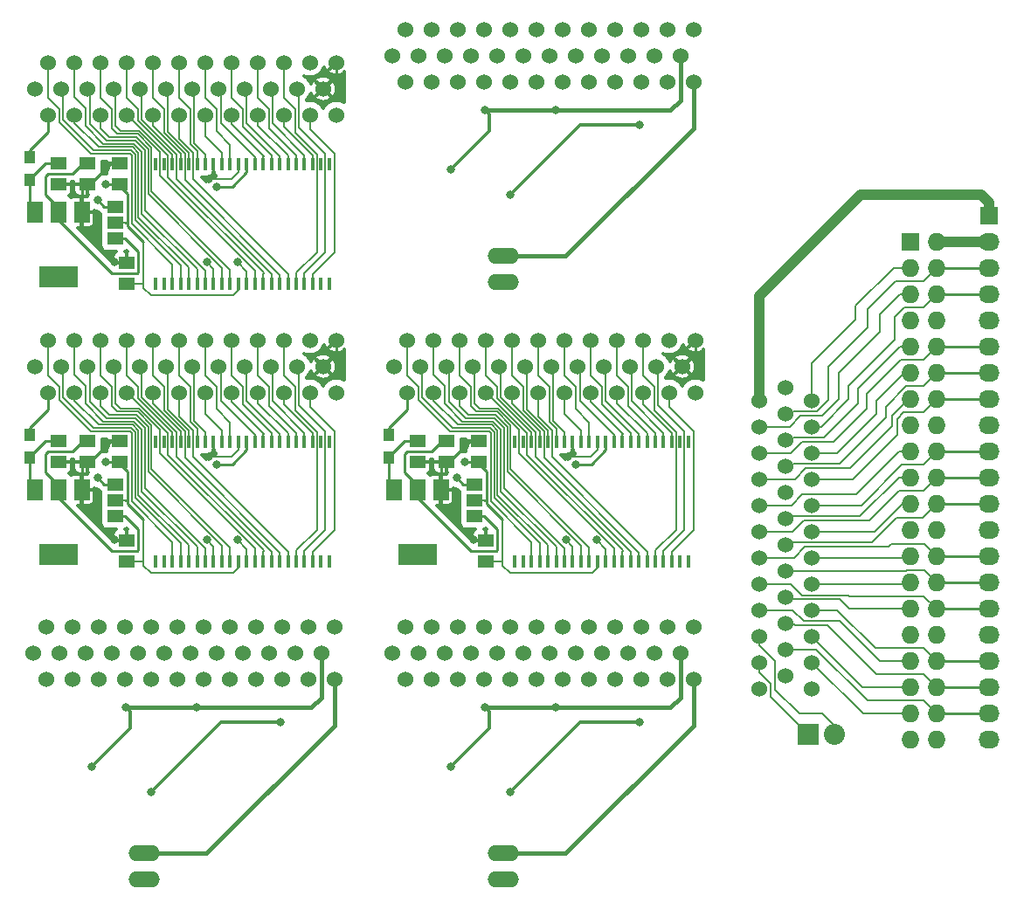
<source format=gtl>
G04 #@! TF.FileFunction,Copper,L1,Top,Signal*
%FSLAX46Y46*%
G04 Gerber Fmt 4.6, Leading zero omitted, Abs format (unit mm)*
G04 Created by KiCad (PCBNEW 4.0.2+dfsg1-2~bpo8+1-stable) date sáb 17 dic 2016 00:12:25 CET*
%MOMM*%
G01*
G04 APERTURE LIST*
%ADD10C,0.100000*%
%ADD11C,1.524000*%
%ADD12O,3.048000X1.524000*%
%ADD13R,1.600200X1.168400*%
%ADD14R,0.320000X1.300000*%
%ADD15R,1.600000X1.300000*%
%ADD16R,1.000000X1.200000*%
%ADD17R,1.498600X2.006600*%
%ADD18R,3.810000X2.006600*%
%ADD19R,1.727200X1.727200*%
%ADD20O,1.727200X1.727200*%
%ADD21O,2.032000X1.727200*%
%ADD22R,2.032000X2.032000*%
%ADD23O,2.032000X2.032000*%
%ADD24C,0.806400*%
%ADD25C,0.203200*%
%ADD26C,1.000000*%
%ADD27C,0.250000*%
%ADD28C,0.254000*%
%ADD29C,0.406400*%
%ADD30C,0.304800*%
G04 APERTURE END LIST*
D10*
D11*
X96123600Y-79327475D03*
X98663600Y-79327475D03*
X101203600Y-79327475D03*
X103743600Y-79327475D03*
X106283600Y-79327475D03*
X108823600Y-79327475D03*
X111363600Y-79327475D03*
X113903600Y-79327475D03*
X116443600Y-79327475D03*
X118983600Y-79327475D03*
X121523600Y-79327475D03*
X124063600Y-79327475D03*
X94853600Y-76787475D03*
X97393600Y-76787475D03*
X99933600Y-76787475D03*
X102473600Y-76787475D03*
X105013600Y-76787475D03*
X107553600Y-76787475D03*
X110093600Y-76787475D03*
X112633600Y-76787475D03*
X115173600Y-76787475D03*
X117713600Y-76787475D03*
X120253600Y-76787475D03*
X122793600Y-76787475D03*
X96123600Y-74247475D03*
X98663600Y-74247475D03*
X101203600Y-74247475D03*
X103743600Y-74247475D03*
X106283600Y-74247475D03*
X108823600Y-74247475D03*
X111363600Y-74247475D03*
X113903600Y-74247475D03*
X116443600Y-74247475D03*
X118983600Y-74247475D03*
X121523600Y-74247475D03*
X124063600Y-74247475D03*
D12*
X105648600Y-96234350D03*
X105648600Y-98774350D03*
D13*
X68056600Y-94551600D03*
X68056600Y-93027600D03*
X68056600Y-91503600D03*
D14*
X71975600Y-98891100D03*
X72775600Y-98891100D03*
X73575600Y-98891100D03*
X74375600Y-98891100D03*
X75175600Y-98891100D03*
X75975600Y-98891100D03*
X76775600Y-98891100D03*
X77575600Y-98891100D03*
X78375600Y-98891100D03*
X79175600Y-98891100D03*
X79975600Y-98891100D03*
X80775600Y-98891100D03*
X81575600Y-98891100D03*
X82375600Y-98891100D03*
X83175600Y-98891100D03*
X83975600Y-98891100D03*
X84775600Y-98891100D03*
X85575600Y-98891100D03*
X86375600Y-98891100D03*
X87175600Y-98891100D03*
X87975600Y-98891100D03*
X88775600Y-98891100D03*
X88775600Y-87291100D03*
X87975600Y-87291100D03*
X87175600Y-87291100D03*
X86375600Y-87291100D03*
X85575600Y-87291100D03*
X84775600Y-87291100D03*
X83975600Y-87291100D03*
X83175600Y-87291100D03*
X82375600Y-87291100D03*
X81575600Y-87291100D03*
X80775600Y-87291100D03*
X79975600Y-87291100D03*
X79175600Y-87291100D03*
X78375600Y-87291100D03*
X77575600Y-87291100D03*
X76775600Y-87291100D03*
X75975600Y-87291100D03*
X75175600Y-87291100D03*
X74375600Y-87291100D03*
X73575600Y-87291100D03*
X72775600Y-87291100D03*
X71975600Y-87291100D03*
D11*
X61516100Y-82550100D03*
X64056100Y-82550100D03*
X66596100Y-82550100D03*
X69136100Y-82550100D03*
X71676100Y-82550100D03*
X74216100Y-82550100D03*
X76756100Y-82550100D03*
X79296100Y-82550100D03*
X81836100Y-82550100D03*
X84376100Y-82550100D03*
X86916100Y-82550100D03*
X89456100Y-82550100D03*
X60246100Y-80010100D03*
X62786100Y-80010100D03*
X65326100Y-80010100D03*
X67866100Y-80010100D03*
X70406100Y-80010100D03*
X72946100Y-80010100D03*
X75486100Y-80010100D03*
X78026100Y-80010100D03*
X80566100Y-80010100D03*
X83106100Y-80010100D03*
X85646100Y-80010100D03*
X88186100Y-80010100D03*
X61516100Y-77470100D03*
X64056100Y-77470100D03*
X66596100Y-77470100D03*
X69136100Y-77470100D03*
X71676100Y-77470100D03*
X74216100Y-77470100D03*
X76756100Y-77470100D03*
X79296100Y-77470100D03*
X81836100Y-77470100D03*
X84376100Y-77470100D03*
X86916100Y-77470100D03*
X89456100Y-77470100D03*
D15*
X69136100Y-98917100D03*
X69136100Y-96917100D03*
D16*
X59738100Y-86657100D03*
X59738100Y-88857100D03*
D15*
X65326100Y-87265100D03*
X65326100Y-89265100D03*
X62532100Y-87265100D03*
X62532100Y-89265100D03*
D17*
X64792700Y-91973500D03*
X62506700Y-91973500D03*
X60220700Y-91973500D03*
D18*
X62532100Y-98272700D03*
D15*
X68501100Y-89265100D03*
X68501100Y-87265100D03*
D12*
X105648600Y-154146350D03*
X105648600Y-156686350D03*
D11*
X96123600Y-132159475D03*
X98663600Y-132159475D03*
X101203600Y-132159475D03*
X103743600Y-132159475D03*
X106283600Y-132159475D03*
X108823600Y-132159475D03*
X111363600Y-132159475D03*
X113903600Y-132159475D03*
X116443600Y-132159475D03*
X118983600Y-132159475D03*
X121523600Y-132159475D03*
X124063600Y-132159475D03*
X94853600Y-134699475D03*
X97393600Y-134699475D03*
X99933600Y-134699475D03*
X102473600Y-134699475D03*
X105013600Y-134699475D03*
X107553600Y-134699475D03*
X110093600Y-134699475D03*
X112633600Y-134699475D03*
X115173600Y-134699475D03*
X117713600Y-134699475D03*
X120253600Y-134699475D03*
X122793600Y-134699475D03*
X96123600Y-137239475D03*
X98663600Y-137239475D03*
X101203600Y-137239475D03*
X103743600Y-137239475D03*
X106283600Y-137239475D03*
X108823600Y-137239475D03*
X111363600Y-137239475D03*
X113903600Y-137239475D03*
X116443600Y-137239475D03*
X118983600Y-137239475D03*
X121523600Y-137239475D03*
X124063600Y-137239475D03*
D13*
X102854600Y-121475600D03*
X102854600Y-119951600D03*
X102854600Y-118427600D03*
D14*
X106773600Y-125815100D03*
X107573600Y-125815100D03*
X108373600Y-125815100D03*
X109173600Y-125815100D03*
X109973600Y-125815100D03*
X110773600Y-125815100D03*
X111573600Y-125815100D03*
X112373600Y-125815100D03*
X113173600Y-125815100D03*
X113973600Y-125815100D03*
X114773600Y-125815100D03*
X115573600Y-125815100D03*
X116373600Y-125815100D03*
X117173600Y-125815100D03*
X117973600Y-125815100D03*
X118773600Y-125815100D03*
X119573600Y-125815100D03*
X120373600Y-125815100D03*
X121173600Y-125815100D03*
X121973600Y-125815100D03*
X122773600Y-125815100D03*
X123573600Y-125815100D03*
X123573600Y-114215100D03*
X122773600Y-114215100D03*
X121973600Y-114215100D03*
X121173600Y-114215100D03*
X120373600Y-114215100D03*
X119573600Y-114215100D03*
X118773600Y-114215100D03*
X117973600Y-114215100D03*
X117173600Y-114215100D03*
X116373600Y-114215100D03*
X115573600Y-114215100D03*
X114773600Y-114215100D03*
X113973600Y-114215100D03*
X113173600Y-114215100D03*
X112373600Y-114215100D03*
X111573600Y-114215100D03*
X110773600Y-114215100D03*
X109973600Y-114215100D03*
X109173600Y-114215100D03*
X108373600Y-114215100D03*
X107573600Y-114215100D03*
X106773600Y-114215100D03*
D11*
X96314100Y-109474100D03*
X98854100Y-109474100D03*
X101394100Y-109474100D03*
X103934100Y-109474100D03*
X106474100Y-109474100D03*
X109014100Y-109474100D03*
X111554100Y-109474100D03*
X114094100Y-109474100D03*
X116634100Y-109474100D03*
X119174100Y-109474100D03*
X121714100Y-109474100D03*
X124254100Y-109474100D03*
X95044100Y-106934100D03*
X97584100Y-106934100D03*
X100124100Y-106934100D03*
X102664100Y-106934100D03*
X105204100Y-106934100D03*
X107744100Y-106934100D03*
X110284100Y-106934100D03*
X112824100Y-106934100D03*
X115364100Y-106934100D03*
X117904100Y-106934100D03*
X120444100Y-106934100D03*
X122984100Y-106934100D03*
X96314100Y-104394100D03*
X98854100Y-104394100D03*
X101394100Y-104394100D03*
X103934100Y-104394100D03*
X106474100Y-104394100D03*
X109014100Y-104394100D03*
X111554100Y-104394100D03*
X114094100Y-104394100D03*
X116634100Y-104394100D03*
X119174100Y-104394100D03*
X121714100Y-104394100D03*
X124254100Y-104394100D03*
D15*
X103934100Y-125841100D03*
X103934100Y-123841100D03*
D16*
X94536100Y-113581100D03*
X94536100Y-115781100D03*
D15*
X100124100Y-114189100D03*
X100124100Y-116189100D03*
X97330100Y-114189100D03*
X97330100Y-116189100D03*
D17*
X99590700Y-118897500D03*
X97304700Y-118897500D03*
X95018700Y-118897500D03*
D18*
X97330100Y-125196700D03*
D15*
X103299100Y-116189100D03*
X103299100Y-114189100D03*
D11*
X130479800Y-110236000D03*
X130479800Y-112776000D03*
X130479800Y-115316000D03*
X130479800Y-117856000D03*
X130479800Y-120396000D03*
X130479800Y-122936000D03*
X130479800Y-125476000D03*
X130479800Y-128016000D03*
X130479800Y-130556000D03*
X130479800Y-133096000D03*
X130479800Y-135636000D03*
X130479800Y-138176000D03*
X133019800Y-108966000D03*
X133019800Y-111506000D03*
X133019800Y-114046000D03*
X133019800Y-116586000D03*
X133019800Y-119126000D03*
X133019800Y-121666000D03*
X133019800Y-124206000D03*
X133019800Y-126746000D03*
X133019800Y-129286000D03*
X133019800Y-131826000D03*
X133019800Y-134366000D03*
X133019800Y-136906000D03*
D15*
X68501100Y-116189100D03*
X68501100Y-114189100D03*
D17*
X64792700Y-118897500D03*
X62506700Y-118897500D03*
X60220700Y-118897500D03*
D18*
X62532100Y-125196700D03*
D15*
X62532100Y-114189100D03*
X62532100Y-116189100D03*
X65326100Y-114189100D03*
X65326100Y-116189100D03*
D16*
X59738100Y-113581100D03*
X59738100Y-115781100D03*
D15*
X69136100Y-125841100D03*
X69136100Y-123841100D03*
D11*
X61516100Y-104394100D03*
X64056100Y-104394100D03*
X66596100Y-104394100D03*
X69136100Y-104394100D03*
X71676100Y-104394100D03*
X74216100Y-104394100D03*
X76756100Y-104394100D03*
X79296100Y-104394100D03*
X81836100Y-104394100D03*
X84376100Y-104394100D03*
X86916100Y-104394100D03*
X89456100Y-104394100D03*
X60246100Y-106934100D03*
X62786100Y-106934100D03*
X65326100Y-106934100D03*
X67866100Y-106934100D03*
X70406100Y-106934100D03*
X72946100Y-106934100D03*
X75486100Y-106934100D03*
X78026100Y-106934100D03*
X80566100Y-106934100D03*
X83106100Y-106934100D03*
X85646100Y-106934100D03*
X88186100Y-106934100D03*
X61516100Y-109474100D03*
X64056100Y-109474100D03*
X66596100Y-109474100D03*
X69136100Y-109474100D03*
X71676100Y-109474100D03*
X74216100Y-109474100D03*
X76756100Y-109474100D03*
X79296100Y-109474100D03*
X81836100Y-109474100D03*
X84376100Y-109474100D03*
X86916100Y-109474100D03*
X89456100Y-109474100D03*
D14*
X71975600Y-125815100D03*
X72775600Y-125815100D03*
X73575600Y-125815100D03*
X74375600Y-125815100D03*
X75175600Y-125815100D03*
X75975600Y-125815100D03*
X76775600Y-125815100D03*
X77575600Y-125815100D03*
X78375600Y-125815100D03*
X79175600Y-125815100D03*
X79975600Y-125815100D03*
X80775600Y-125815100D03*
X81575600Y-125815100D03*
X82375600Y-125815100D03*
X83175600Y-125815100D03*
X83975600Y-125815100D03*
X84775600Y-125815100D03*
X85575600Y-125815100D03*
X86375600Y-125815100D03*
X87175600Y-125815100D03*
X87975600Y-125815100D03*
X88775600Y-125815100D03*
X88775600Y-114215100D03*
X87975600Y-114215100D03*
X87175600Y-114215100D03*
X86375600Y-114215100D03*
X85575600Y-114215100D03*
X84775600Y-114215100D03*
X83975600Y-114215100D03*
X83175600Y-114215100D03*
X82375600Y-114215100D03*
X81575600Y-114215100D03*
X80775600Y-114215100D03*
X79975600Y-114215100D03*
X79175600Y-114215100D03*
X78375600Y-114215100D03*
X77575600Y-114215100D03*
X76775600Y-114215100D03*
X75975600Y-114215100D03*
X75175600Y-114215100D03*
X74375600Y-114215100D03*
X73575600Y-114215100D03*
X72775600Y-114215100D03*
X71975600Y-114215100D03*
D13*
X68056600Y-121475600D03*
X68056600Y-119951600D03*
X68056600Y-118427600D03*
D11*
X61325600Y-137239475D03*
X63865600Y-137239475D03*
X66405600Y-137239475D03*
X68945600Y-137239475D03*
X71485600Y-137239475D03*
X74025600Y-137239475D03*
X76565600Y-137239475D03*
X79105600Y-137239475D03*
X81645600Y-137239475D03*
X84185600Y-137239475D03*
X86725600Y-137239475D03*
X89265600Y-137239475D03*
X60055600Y-134699475D03*
X62595600Y-134699475D03*
X65135600Y-134699475D03*
X67675600Y-134699475D03*
X70215600Y-134699475D03*
X72755600Y-134699475D03*
X75295600Y-134699475D03*
X77835600Y-134699475D03*
X80375600Y-134699475D03*
X82915600Y-134699475D03*
X85455600Y-134699475D03*
X87995600Y-134699475D03*
X61325600Y-132159475D03*
X63865600Y-132159475D03*
X66405600Y-132159475D03*
X68945600Y-132159475D03*
X71485600Y-132159475D03*
X74025600Y-132159475D03*
X76565600Y-132159475D03*
X79105600Y-132159475D03*
X81645600Y-132159475D03*
X84185600Y-132159475D03*
X86725600Y-132159475D03*
X89265600Y-132159475D03*
D12*
X70850600Y-154146350D03*
X70850600Y-156686350D03*
D11*
X135559800Y-110236000D03*
X135559800Y-112776000D03*
X135559800Y-115316000D03*
X135559800Y-117856000D03*
X135559800Y-120396000D03*
X135559800Y-122936000D03*
X135559800Y-125476000D03*
X135559800Y-128016000D03*
X135559800Y-130556000D03*
X135559800Y-133096000D03*
X135559800Y-135636000D03*
X135559800Y-138176000D03*
D19*
X145084800Y-94869000D03*
D20*
X147624800Y-94869000D03*
X145084800Y-97409000D03*
X147624800Y-97409000D03*
X145084800Y-99949000D03*
X147624800Y-99949000D03*
X145084800Y-102489000D03*
X147624800Y-102489000D03*
X145084800Y-105029000D03*
X147624800Y-105029000D03*
X145084800Y-107569000D03*
X147624800Y-107569000D03*
X145084800Y-110109000D03*
X147624800Y-110109000D03*
X145084800Y-112649000D03*
X147624800Y-112649000D03*
X145084800Y-115189000D03*
X147624800Y-115189000D03*
X145084800Y-117729000D03*
X147624800Y-117729000D03*
X145084800Y-120269000D03*
X147624800Y-120269000D03*
X145084800Y-122809000D03*
X147624800Y-122809000D03*
X145084800Y-125349000D03*
X147624800Y-125349000D03*
X145084800Y-127889000D03*
X147624800Y-127889000D03*
X145084800Y-130429000D03*
X147624800Y-130429000D03*
X145084800Y-132969000D03*
X147624800Y-132969000D03*
X145084800Y-135509000D03*
X147624800Y-135509000D03*
X145084800Y-138049000D03*
X147624800Y-138049000D03*
X145084800Y-140589000D03*
X147624800Y-140589000D03*
X145084800Y-143129000D03*
X147624800Y-143129000D03*
D21*
X152704800Y-94869000D03*
X152704800Y-97409000D03*
X152704800Y-99949000D03*
X152704800Y-102489000D03*
X152704800Y-105029000D03*
X152704800Y-107569000D03*
X152704800Y-110109000D03*
X152704800Y-112649000D03*
X152704800Y-115189000D03*
X152704800Y-117729000D03*
X152704800Y-120269000D03*
X152704800Y-122809000D03*
X152704800Y-125349000D03*
X152704800Y-127889000D03*
X152704800Y-130429000D03*
X152704800Y-132969000D03*
X152704800Y-135509000D03*
X152704800Y-138049000D03*
X152704800Y-140589000D03*
X152704800Y-143129000D03*
D19*
X152704800Y-92329000D03*
D22*
X135178800Y-142621000D03*
D23*
X137718800Y-142621000D03*
D24*
X77073600Y-88773100D03*
X67135850Y-87725350D03*
X67929600Y-96837600D03*
X76946600Y-96837600D03*
X79867600Y-96837600D03*
X111871600Y-115697100D03*
X101933850Y-114649350D03*
X102727600Y-123761600D03*
X111744600Y-123761600D03*
X114665600Y-123761600D03*
X79867600Y-123761600D03*
X76946600Y-123761600D03*
X67929600Y-123761600D03*
X67135850Y-114649350D03*
X77073600Y-115697100D03*
X67104100Y-89281100D03*
X77835600Y-89535100D03*
X101902100Y-116205100D03*
X112633600Y-116459100D03*
X77835600Y-116459100D03*
X67104100Y-116205100D03*
X66342100Y-90805100D03*
X101140100Y-117729100D03*
X66342100Y-117729100D03*
X110728600Y-82105600D03*
X103902350Y-82105600D03*
X100568600Y-87820600D03*
X100568600Y-145732600D03*
X103902350Y-140017600D03*
X110728600Y-140017600D03*
X75930600Y-140017600D03*
X69104350Y-140017600D03*
X65770600Y-145732600D03*
X118824850Y-83534350D03*
X106362975Y-90281225D03*
X106362975Y-148193225D03*
X118824850Y-141446350D03*
X84026850Y-141446350D03*
X71564975Y-148193225D03*
D25*
X135559800Y-110236000D02*
X135559800Y-106651000D01*
X143451800Y-97409000D02*
X145084800Y-97409000D01*
X139788800Y-101072000D02*
X143451800Y-97409000D01*
X139788800Y-102422000D02*
X139788800Y-101072000D01*
X135559800Y-106651000D02*
X139788800Y-102422000D01*
X133019800Y-111506000D02*
X133504800Y-111506000D01*
X133504800Y-111506000D02*
X133713800Y-111297000D01*
X133713800Y-111297000D02*
X136013800Y-111297000D01*
X136013800Y-111297000D02*
X137163800Y-110147000D01*
X137163800Y-110147000D02*
X137163800Y-106972000D01*
X137163800Y-106972000D02*
X140938800Y-103197000D01*
X140938800Y-103197000D02*
X140938800Y-101372000D01*
X140938800Y-101372000D02*
X143638800Y-98672000D01*
X143638800Y-98672000D02*
X146361800Y-98672000D01*
X146361800Y-98672000D02*
X147624800Y-97409000D01*
X130479800Y-112776000D02*
X133409800Y-112776000D01*
X144111800Y-99949000D02*
X145084800Y-99949000D01*
X142163800Y-101897000D02*
X144111800Y-99949000D01*
X142163800Y-103597000D02*
X142163800Y-101897000D01*
X138188800Y-107572000D02*
X142163800Y-103597000D01*
X138188800Y-110072000D02*
X138188800Y-107572000D01*
X136538800Y-111722000D02*
X138188800Y-110072000D01*
X134463800Y-111722000D02*
X136538800Y-111722000D01*
X133409800Y-112776000D02*
X134463800Y-111722000D01*
X135559800Y-112776000D02*
X136459800Y-112776000D01*
X146376800Y-101197000D02*
X147624800Y-99949000D01*
X144513800Y-101197000D02*
X146376800Y-101197000D01*
X143588800Y-102122000D02*
X144513800Y-101197000D01*
X143588800Y-104322000D02*
X143588800Y-102122000D01*
X139113800Y-108797000D02*
X143588800Y-104322000D01*
X139113800Y-110122000D02*
X139113800Y-108797000D01*
X136459800Y-112776000D02*
X139113800Y-110122000D01*
X133019800Y-114046000D02*
X133514800Y-114046000D01*
X133514800Y-114046000D02*
X133738800Y-113822000D01*
X133738800Y-113822000D02*
X136713800Y-113822000D01*
X136713800Y-113822000D02*
X140038800Y-110497000D01*
X140038800Y-110497000D02*
X140038800Y-109097000D01*
X140038800Y-109097000D02*
X144106800Y-105029000D01*
X144106800Y-105029000D02*
X145084800Y-105029000D01*
X130479800Y-115316000D02*
X133519800Y-115316000D01*
X146381800Y-106272000D02*
X147624800Y-105029000D01*
X144188800Y-106272000D02*
X146381800Y-106272000D01*
X140888800Y-109572000D02*
X144188800Y-106272000D01*
X140888800Y-110997000D02*
X140888800Y-109572000D01*
X137638800Y-114247000D02*
X140888800Y-110997000D01*
X134588800Y-114247000D02*
X137638800Y-114247000D01*
X133519800Y-115316000D02*
X134588800Y-114247000D01*
X135559800Y-115316000D02*
X137969800Y-115316000D01*
X141763800Y-110297000D02*
X144491800Y-107569000D01*
X141763800Y-111522000D02*
X141763800Y-110297000D01*
X137969800Y-115316000D02*
X141763800Y-111522000D01*
X144491800Y-107569000D02*
X145084800Y-107569000D01*
X133019800Y-116586000D02*
X133524800Y-116586000D01*
X133524800Y-116586000D02*
X133738800Y-116372000D01*
X133738800Y-116372000D02*
X138263800Y-116372000D01*
X138263800Y-116372000D02*
X142713800Y-111922000D01*
X142713800Y-111922000D02*
X142713800Y-110847000D01*
X142713800Y-110847000D02*
X144713800Y-108847000D01*
X144713800Y-108847000D02*
X146346800Y-108847000D01*
X146346800Y-108847000D02*
X147624800Y-107569000D01*
X130479800Y-117856000D02*
X133904800Y-117856000D01*
X133904800Y-117856000D02*
X134963800Y-116797000D01*
X134963800Y-116797000D02*
X139238800Y-116797000D01*
X139238800Y-116797000D02*
X143288800Y-112747000D01*
X143288800Y-112747000D02*
X143288800Y-111747000D01*
X143288800Y-111747000D02*
X145080800Y-109955000D01*
X135559800Y-117856000D02*
X139479800Y-117856000D01*
X146361800Y-111372000D02*
X147624800Y-110109000D01*
X144438800Y-111372000D02*
X146361800Y-111372000D01*
X143788800Y-112022000D02*
X144438800Y-111372000D01*
X143788800Y-113547000D02*
X143788800Y-112022000D01*
X139479800Y-117856000D02*
X143788800Y-113547000D01*
X130479800Y-120396000D02*
X133564800Y-120396000D01*
X143971800Y-115189000D02*
X145084800Y-115189000D01*
X139813800Y-119347000D02*
X143971800Y-115189000D01*
X134613800Y-119347000D02*
X139813800Y-119347000D01*
X133564800Y-120396000D02*
X134613800Y-119347000D01*
X135559800Y-120396000D02*
X140339800Y-120396000D01*
X146366800Y-116447000D02*
X147624800Y-115189000D01*
X144288800Y-116447000D02*
X146366800Y-116447000D01*
X140339800Y-120396000D02*
X144288800Y-116447000D01*
X133019800Y-121666000D02*
X133494800Y-121666000D01*
X133494800Y-121666000D02*
X133688800Y-121472000D01*
X133688800Y-121472000D02*
X140213800Y-121472000D01*
X140213800Y-121472000D02*
X143956800Y-117729000D01*
X143956800Y-117729000D02*
X145084800Y-117729000D01*
X130479800Y-122936000D02*
X133674800Y-122936000D01*
X146331800Y-119022000D02*
X147624800Y-117729000D01*
X143988800Y-119022000D02*
X146331800Y-119022000D01*
X141138800Y-121872000D02*
X143988800Y-119022000D01*
X134738800Y-121872000D02*
X141138800Y-121872000D01*
X133674800Y-122936000D02*
X134738800Y-121872000D01*
X135559800Y-122936000D02*
X141649800Y-122936000D01*
X141649800Y-122936000D02*
X144316800Y-120269000D01*
X144316800Y-120269000D02*
X145084800Y-120269000D01*
X133019800Y-124206000D02*
X133554800Y-124206000D01*
X133554800Y-124206000D02*
X133763800Y-123997000D01*
X133763800Y-123997000D02*
X141356800Y-123997000D01*
X141356800Y-123997000D02*
X143706800Y-121647000D01*
X143706800Y-121647000D02*
X146246800Y-121647000D01*
X146246800Y-121647000D02*
X147624800Y-120269000D01*
X130479800Y-125476000D02*
X133817800Y-125476000D01*
X146472800Y-124197000D02*
X147624800Y-125349000D01*
X143213800Y-124197000D02*
X146472800Y-124197000D01*
X142988800Y-124422000D02*
X143213800Y-124197000D01*
X134871800Y-124422000D02*
X142988800Y-124422000D01*
X133817800Y-125476000D02*
X134871800Y-124422000D01*
X135559800Y-125476000D02*
X144957800Y-125476000D01*
X144957800Y-125476000D02*
X145084800Y-125349000D01*
X133019800Y-126746000D02*
X144689800Y-126746000D01*
X146457800Y-126722000D02*
X147624800Y-127889000D01*
X144713800Y-126722000D02*
X146457800Y-126722000D01*
X144689800Y-126746000D02*
X144713800Y-126722000D01*
X135559800Y-128016000D02*
X144957800Y-128016000D01*
X144957800Y-128016000D02*
X145084800Y-127889000D01*
X133019800Y-129286000D02*
X133352800Y-129286000D01*
X133352800Y-129286000D02*
X133563800Y-129497000D01*
X133563800Y-129497000D02*
X138263800Y-129497000D01*
X138263800Y-129497000D02*
X139195800Y-130429000D01*
X139195800Y-130429000D02*
X145084800Y-130429000D01*
X130479800Y-128016000D02*
X133482800Y-128016000D01*
X146392800Y-129197000D02*
X147624800Y-130429000D01*
X139163800Y-129197000D02*
X146392800Y-129197000D01*
X139088800Y-129122000D02*
X139163800Y-129197000D01*
X134588800Y-129122000D02*
X139088800Y-129122000D01*
X133482800Y-128016000D02*
X134588800Y-129122000D01*
X133019800Y-129286000D02*
X133402800Y-129286000D01*
X135559800Y-130556000D02*
X138022800Y-130556000D01*
X146337800Y-134222000D02*
X147624800Y-135509000D01*
X141688800Y-134222000D02*
X146337800Y-134222000D01*
X138022800Y-130556000D02*
X141688800Y-134222000D01*
X130479800Y-130556000D02*
X133697800Y-130556000D01*
X142150800Y-135509000D02*
X145084800Y-135509000D01*
X138263800Y-131622000D02*
X142150800Y-135509000D01*
X134763800Y-131622000D02*
X138263800Y-131622000D01*
X133697800Y-130556000D02*
X134763800Y-131622000D01*
X133019800Y-131826000D02*
X133692800Y-131826000D01*
X133692800Y-131826000D02*
X133888800Y-132022000D01*
X133888800Y-132022000D02*
X137013800Y-132022000D01*
X137013800Y-132022000D02*
X141788800Y-136797000D01*
X141788800Y-136797000D02*
X146372800Y-136797000D01*
X146372800Y-136797000D02*
X147624800Y-138049000D01*
X135559800Y-133096000D02*
X135559800Y-133143000D01*
X135559800Y-133143000D02*
X140465800Y-138049000D01*
X140465800Y-138049000D02*
X145084800Y-138049000D01*
X133019800Y-134366000D02*
X135982800Y-134366000D01*
X146382800Y-139347000D02*
X147624800Y-140589000D01*
X140963800Y-139347000D02*
X146382800Y-139347000D01*
X135982800Y-134366000D02*
X140963800Y-139347000D01*
X135559800Y-135636000D02*
X135559800Y-135643000D01*
X135559800Y-135643000D02*
X140505800Y-140589000D01*
X140505800Y-140589000D02*
X145084800Y-140589000D01*
X130479800Y-133096000D02*
X130479800Y-133938000D01*
X136563800Y-140622000D02*
X137718800Y-141777000D01*
X134338800Y-140622000D02*
X136563800Y-140622000D01*
X132013800Y-138297000D02*
X134338800Y-140622000D01*
X132013800Y-135472000D02*
X132013800Y-138297000D01*
X130479800Y-133938000D02*
X132013800Y-135472000D01*
X137718800Y-141777000D02*
X137718800Y-142621000D01*
X130479800Y-135636000D02*
X130479800Y-136638000D01*
X131563800Y-139006000D02*
X135178800Y-142621000D01*
X131563800Y-137722000D02*
X131563800Y-139006000D01*
X130479800Y-136638000D02*
X131563800Y-137722000D01*
X137718800Y-142113000D02*
X137718800Y-142621000D01*
D26*
X130479800Y-110236000D02*
X130479800Y-100076000D01*
X152704800Y-91059000D02*
X152704800Y-92329000D01*
X151942800Y-90297000D02*
X152704800Y-91059000D01*
X140258800Y-90297000D02*
X151942800Y-90297000D01*
X130479800Y-100076000D02*
X140258800Y-90297000D01*
X147624800Y-94869000D02*
X152704800Y-94869000D01*
D27*
X147624800Y-140589000D02*
X152704800Y-140589000D01*
X147624800Y-138049000D02*
X152704800Y-138049000D01*
X147624800Y-135509000D02*
X152704800Y-135509000D01*
X147624800Y-130429000D02*
X152704800Y-130429000D01*
X147624800Y-127889000D02*
X152704800Y-127889000D01*
X147624800Y-125349000D02*
X152704800Y-125349000D01*
X147624800Y-120269000D02*
X152704800Y-120269000D01*
X147624800Y-117729000D02*
X152704800Y-117729000D01*
X147624800Y-115189000D02*
X152704800Y-115189000D01*
X147624800Y-110109000D02*
X152704800Y-110109000D01*
X147624800Y-107569000D02*
X152704800Y-107569000D01*
X147624800Y-105029000D02*
X152704800Y-105029000D01*
X147624800Y-99949000D02*
X152704800Y-99949000D01*
X147624800Y-97409000D02*
X152704800Y-97409000D01*
D25*
X78375600Y-87291100D02*
X78375600Y-86265100D01*
X76756100Y-84645600D02*
X78375600Y-86265100D01*
X76756100Y-82550100D02*
X76756100Y-84645600D01*
X113173600Y-114215100D02*
X113173600Y-113189100D01*
X111554100Y-111569600D02*
X113173600Y-113189100D01*
X111554100Y-109474100D02*
X111554100Y-111569600D01*
X76756100Y-109474100D02*
X76756100Y-111569600D01*
X76756100Y-111569600D02*
X78375600Y-113189100D01*
X78375600Y-114215100D02*
X78375600Y-113189100D01*
X77835600Y-84137600D02*
X79175600Y-85477600D01*
X77835600Y-81978600D02*
X77835600Y-84137600D01*
X79175600Y-87291100D02*
X79175600Y-85477600D01*
X76756100Y-80899100D02*
X77835600Y-81978600D01*
X76756100Y-77470100D02*
X76756100Y-80899100D01*
X112633600Y-111061600D02*
X113973600Y-112401600D01*
X112633600Y-108902600D02*
X112633600Y-111061600D01*
X113973600Y-114215100D02*
X113973600Y-112401600D01*
X111554100Y-107823100D02*
X112633600Y-108902600D01*
X111554100Y-104394100D02*
X111554100Y-107823100D01*
X76756100Y-104394100D02*
X76756100Y-107823100D01*
X76756100Y-107823100D02*
X77835600Y-108902600D01*
X79175600Y-114215100D02*
X79175600Y-112401600D01*
X77835600Y-108902600D02*
X77835600Y-111061600D01*
X77835600Y-111061600D02*
X79175600Y-112401600D01*
X78280100Y-83375600D02*
X81582100Y-86677600D01*
X78280100Y-80264100D02*
X78280100Y-83375600D01*
X81575600Y-86684100D02*
X81582100Y-86677600D01*
X81575600Y-87291100D02*
X81575600Y-86684100D01*
X78026100Y-80010100D02*
X78280100Y-80264100D01*
X113078100Y-110299600D02*
X116380100Y-113601600D01*
X113078100Y-107188100D02*
X113078100Y-110299600D01*
X116373600Y-113608100D02*
X116380100Y-113601600D01*
X116373600Y-114215100D02*
X116373600Y-113608100D01*
X112824100Y-106934100D02*
X113078100Y-107188100D01*
X78026100Y-106934100D02*
X78280100Y-107188100D01*
X81575600Y-114215100D02*
X81575600Y-113608100D01*
X81575600Y-113608100D02*
X81582100Y-113601600D01*
X78280100Y-107188100D02*
X78280100Y-110299600D01*
X78280100Y-110299600D02*
X81582100Y-113601600D01*
X79296100Y-83439100D02*
X82407600Y-86550600D01*
X82375600Y-86582600D02*
X82407600Y-86550600D01*
X79296100Y-82550100D02*
X79296100Y-83439100D01*
X82375600Y-87291100D02*
X82375600Y-86582600D01*
X114094100Y-110363100D02*
X117205600Y-113474600D01*
X117173600Y-113506600D02*
X117205600Y-113474600D01*
X114094100Y-109474100D02*
X114094100Y-110363100D01*
X117173600Y-114215100D02*
X117173600Y-113506600D01*
X82375600Y-114215100D02*
X82375600Y-113506600D01*
X79296100Y-109474100D02*
X79296100Y-110363100D01*
X82375600Y-113506600D02*
X82407600Y-113474600D01*
X79296100Y-110363100D02*
X82407600Y-113474600D01*
X82375600Y-98076100D02*
X82407600Y-97853600D01*
X82375600Y-98891100D02*
X82375600Y-98076100D01*
X73168350Y-88614350D02*
X82407600Y-97853600D01*
X73168350Y-86455350D02*
X73168350Y-88614350D01*
X69263100Y-82550100D02*
X73168350Y-86455350D01*
X69136100Y-82550100D02*
X69263100Y-82550100D01*
X117173600Y-125000100D02*
X117205600Y-124777600D01*
X117173600Y-125815100D02*
X117173600Y-125000100D01*
X107966350Y-115538350D02*
X117205600Y-124777600D01*
X107966350Y-113379350D02*
X107966350Y-115538350D01*
X104061100Y-109474100D02*
X107966350Y-113379350D01*
X103934100Y-109474100D02*
X104061100Y-109474100D01*
X69136100Y-109474100D02*
X69263100Y-109474100D01*
X69263100Y-109474100D02*
X73168350Y-113379350D01*
X73168350Y-113379350D02*
X73168350Y-115538350D01*
X73168350Y-115538350D02*
X82407600Y-124777600D01*
X82375600Y-125815100D02*
X82375600Y-125000100D01*
X82375600Y-125000100D02*
X82407600Y-124777600D01*
X81575600Y-98114100D02*
X81582100Y-97663100D01*
X81575600Y-98891100D02*
X81575600Y-98114100D01*
X72374600Y-88455600D02*
X81582100Y-97663100D01*
X72374600Y-86106100D02*
X72374600Y-88455600D01*
X70342600Y-84074100D02*
X72374600Y-86106100D01*
X68564600Y-84074100D02*
X70342600Y-84074100D01*
X68070100Y-83579600D02*
X68564600Y-84074100D01*
X68070100Y-80150600D02*
X68070100Y-83579600D01*
X67929600Y-80010100D02*
X68070100Y-80150600D01*
X67866100Y-80010100D02*
X67929600Y-80010100D01*
X116373600Y-125038100D02*
X116380100Y-124587100D01*
X116373600Y-125815100D02*
X116373600Y-125038100D01*
X107172600Y-115379600D02*
X116380100Y-124587100D01*
X107172600Y-113030100D02*
X107172600Y-115379600D01*
X105140600Y-110998100D02*
X107172600Y-113030100D01*
X103362600Y-110998100D02*
X105140600Y-110998100D01*
X102868100Y-110503600D02*
X103362600Y-110998100D01*
X102868100Y-107074600D02*
X102868100Y-110503600D01*
X102727600Y-106934100D02*
X102868100Y-107074600D01*
X102664100Y-106934100D02*
X102727600Y-106934100D01*
X67866100Y-106934100D02*
X67929600Y-106934100D01*
X67929600Y-106934100D02*
X68070100Y-107074600D01*
X68070100Y-107074600D02*
X68070100Y-110503600D01*
X68070100Y-110503600D02*
X68564600Y-110998100D01*
X68564600Y-110998100D02*
X70342600Y-110998100D01*
X70342600Y-110998100D02*
X72374600Y-113030100D01*
X72374600Y-113030100D02*
X72374600Y-115379600D01*
X72374600Y-115379600D02*
X81582100Y-124587100D01*
X81575600Y-125815100D02*
X81575600Y-125038100D01*
X81575600Y-125038100D02*
X81582100Y-124587100D01*
X79175600Y-98891100D02*
X79175600Y-97542600D01*
X71549100Y-89916100D02*
X79175600Y-97542600D01*
X71549100Y-85725100D02*
X71549100Y-89916100D01*
X70215600Y-84391600D02*
X71549100Y-85725100D01*
X68247100Y-84391600D02*
X70215600Y-84391600D01*
X67675600Y-83820100D02*
X68247100Y-84391600D01*
X67675600Y-81978600D02*
X67675600Y-83820100D01*
X66596100Y-80899100D02*
X67675600Y-81978600D01*
X66596100Y-77470100D02*
X66596100Y-80899100D01*
X113973600Y-125815100D02*
X113973600Y-124466600D01*
X106347100Y-116840100D02*
X113973600Y-124466600D01*
X106347100Y-112649100D02*
X106347100Y-116840100D01*
X105013600Y-111315600D02*
X106347100Y-112649100D01*
X103045100Y-111315600D02*
X105013600Y-111315600D01*
X102473600Y-110744100D02*
X103045100Y-111315600D01*
X102473600Y-108902600D02*
X102473600Y-110744100D01*
X101394100Y-107823100D02*
X102473600Y-108902600D01*
X101394100Y-104394100D02*
X101394100Y-107823100D01*
X66596100Y-104394100D02*
X66596100Y-107823100D01*
X66596100Y-107823100D02*
X67675600Y-108902600D01*
X67675600Y-108902600D02*
X67675600Y-110744100D01*
X67675600Y-110744100D02*
X68247100Y-111315600D01*
X68247100Y-111315600D02*
X70215600Y-111315600D01*
X70215600Y-111315600D02*
X71549100Y-112649100D01*
X71549100Y-112649100D02*
X71549100Y-116840100D01*
X71549100Y-116840100D02*
X79175600Y-124466600D01*
X79175600Y-125815100D02*
X79175600Y-124466600D01*
X78375600Y-98891100D02*
X78375600Y-97377600D01*
X71231600Y-90233600D02*
X78375600Y-97377600D01*
X71231600Y-85852100D02*
X71231600Y-90233600D01*
X70088600Y-84709100D02*
X71231600Y-85852100D01*
X67485100Y-84709100D02*
X70088600Y-84709100D01*
X66596100Y-83820100D02*
X67485100Y-84709100D01*
X66596100Y-82550100D02*
X66596100Y-83820100D01*
X113173600Y-125815100D02*
X113173600Y-124301600D01*
X106029600Y-117157600D02*
X113173600Y-124301600D01*
X106029600Y-112776100D02*
X106029600Y-117157600D01*
X104886600Y-111633100D02*
X106029600Y-112776100D01*
X102283100Y-111633100D02*
X104886600Y-111633100D01*
X101394100Y-110744100D02*
X102283100Y-111633100D01*
X101394100Y-109474100D02*
X101394100Y-110744100D01*
X66596100Y-109474100D02*
X66596100Y-110744100D01*
X66596100Y-110744100D02*
X67485100Y-111633100D01*
X67485100Y-111633100D02*
X70088600Y-111633100D01*
X70088600Y-111633100D02*
X71231600Y-112776100D01*
X71231600Y-112776100D02*
X71231600Y-117157600D01*
X71231600Y-117157600D02*
X78375600Y-124301600D01*
X78375600Y-125815100D02*
X78375600Y-124301600D01*
X76775600Y-87291100D02*
X76775600Y-86379600D01*
X75676600Y-85280600D02*
X76775600Y-86379600D01*
X75676600Y-80200600D02*
X75676600Y-85280600D01*
X75486100Y-80010100D02*
X75676600Y-80200600D01*
X111573600Y-114215100D02*
X111573600Y-113303600D01*
X110474600Y-112204600D02*
X111573600Y-113303600D01*
X110474600Y-107124600D02*
X110474600Y-112204600D01*
X110284100Y-106934100D02*
X110474600Y-107124600D01*
X75486100Y-106934100D02*
X75676600Y-107124600D01*
X75676600Y-107124600D02*
X75676600Y-112204600D01*
X75676600Y-112204600D02*
X76775600Y-113303600D01*
X76775600Y-114215100D02*
X76775600Y-113303600D01*
X83175600Y-87291100D02*
X83175600Y-86493100D01*
X80375600Y-83693100D02*
X83175600Y-86493100D01*
X80375600Y-81978600D02*
X80375600Y-83693100D01*
X79296100Y-80899100D02*
X80375600Y-81978600D01*
X79296100Y-77470100D02*
X79296100Y-80899100D01*
X117973600Y-114215100D02*
X117973600Y-113417100D01*
X115173600Y-110617100D02*
X117973600Y-113417100D01*
X115173600Y-108902600D02*
X115173600Y-110617100D01*
X114094100Y-107823100D02*
X115173600Y-108902600D01*
X114094100Y-104394100D02*
X114094100Y-107823100D01*
X79296100Y-104394100D02*
X79296100Y-107823100D01*
X79296100Y-107823100D02*
X80375600Y-108902600D01*
X80375600Y-108902600D02*
X80375600Y-110617100D01*
X80375600Y-110617100D02*
X83175600Y-113417100D01*
X83175600Y-114215100D02*
X83175600Y-113417100D01*
X83975600Y-86570100D02*
X83995100Y-86550600D01*
X83975600Y-87291100D02*
X83975600Y-86570100D01*
X80756600Y-83312100D02*
X83995100Y-86550600D01*
X80756600Y-80200600D02*
X80756600Y-83312100D01*
X80566100Y-80010100D02*
X80756600Y-80200600D01*
X118773600Y-113494100D02*
X118793100Y-113474600D01*
X118773600Y-114215100D02*
X118773600Y-113494100D01*
X115554600Y-110236100D02*
X118793100Y-113474600D01*
X115554600Y-107124600D02*
X115554600Y-110236100D01*
X115364100Y-106934100D02*
X115554600Y-107124600D01*
X80566100Y-106934100D02*
X80756600Y-107124600D01*
X80756600Y-107124600D02*
X80756600Y-110236100D01*
X80756600Y-110236100D02*
X83995100Y-113474600D01*
X83975600Y-114215100D02*
X83975600Y-113494100D01*
X83975600Y-113494100D02*
X83995100Y-113474600D01*
X73575600Y-98891100D02*
X73575600Y-97022600D01*
X69644100Y-86487100D02*
X69644100Y-93091100D01*
X69453600Y-86296600D02*
X69644100Y-86487100D01*
X62595600Y-83248600D02*
X65643600Y-86296600D01*
X69644100Y-93091100D02*
X73575600Y-97022600D01*
X65643600Y-86296600D02*
X69453600Y-86296600D01*
X62595600Y-81978600D02*
X62595600Y-83248600D01*
X61516100Y-80899100D02*
X62595600Y-81978600D01*
X61516100Y-77470100D02*
X61516100Y-80899100D01*
X108373600Y-125815100D02*
X108373600Y-123946600D01*
X104442100Y-113411100D02*
X104442100Y-120015100D01*
X104251600Y-113220600D02*
X104442100Y-113411100D01*
X97393600Y-110172600D02*
X100441600Y-113220600D01*
X104442100Y-120015100D02*
X108373600Y-123946600D01*
X100441600Y-113220600D02*
X104251600Y-113220600D01*
X97393600Y-108902600D02*
X97393600Y-110172600D01*
X96314100Y-107823100D02*
X97393600Y-108902600D01*
X96314100Y-104394100D02*
X96314100Y-107823100D01*
X61516100Y-104394100D02*
X61516100Y-107823100D01*
X61516100Y-107823100D02*
X62595600Y-108902600D01*
X62595600Y-108902600D02*
X62595600Y-110172600D01*
X65643600Y-113220600D02*
X69453600Y-113220600D01*
X69644100Y-120015100D02*
X73575600Y-123946600D01*
X62595600Y-110172600D02*
X65643600Y-113220600D01*
X69453600Y-113220600D02*
X69644100Y-113411100D01*
X69644100Y-113411100D02*
X69644100Y-120015100D01*
X73575600Y-125815100D02*
X73575600Y-123946600D01*
X74375600Y-98891100D02*
X74375600Y-97187600D01*
X69961600Y-86360100D02*
X69961600Y-92773600D01*
X69580600Y-85979100D02*
X69961600Y-86360100D01*
X65961100Y-85979100D02*
X69580600Y-85979100D01*
X65961100Y-85979100D02*
X62976600Y-82994600D01*
X69961600Y-92773600D02*
X74375600Y-97187600D01*
X62976600Y-80264100D02*
X62976600Y-82994600D01*
X62786100Y-80010100D02*
X62976600Y-80264100D01*
X109173600Y-125815100D02*
X109173600Y-124111600D01*
X104759600Y-113284100D02*
X104759600Y-119697600D01*
X104378600Y-112903100D02*
X104759600Y-113284100D01*
X100759100Y-112903100D02*
X104378600Y-112903100D01*
X100759100Y-112903100D02*
X97774600Y-109918600D01*
X104759600Y-119697600D02*
X109173600Y-124111600D01*
X97774600Y-107188100D02*
X97774600Y-109918600D01*
X97584100Y-106934100D02*
X97774600Y-107188100D01*
X62786100Y-106934100D02*
X62976600Y-107188100D01*
X62976600Y-107188100D02*
X62976600Y-109918600D01*
X69961600Y-119697600D02*
X74375600Y-124111600D01*
X65961100Y-112903100D02*
X62976600Y-109918600D01*
X65961100Y-112903100D02*
X69580600Y-112903100D01*
X69580600Y-112903100D02*
X69961600Y-113284100D01*
X69961600Y-113284100D02*
X69961600Y-119697600D01*
X74375600Y-125815100D02*
X74375600Y-124111600D01*
X75175600Y-98891100D02*
X75175600Y-97352600D01*
X70279100Y-92456100D02*
X75175600Y-97352600D01*
X70279100Y-86233100D02*
X70279100Y-92456100D01*
X69707600Y-85661600D02*
X70279100Y-86233100D01*
X66469100Y-85661600D02*
X69707600Y-85661600D01*
X64056100Y-83312100D02*
X66469100Y-85661600D01*
X64056100Y-82550100D02*
X64056100Y-83312100D01*
X109973600Y-125815100D02*
X109973600Y-124276600D01*
X105077100Y-119380100D02*
X109973600Y-124276600D01*
X105077100Y-113157100D02*
X105077100Y-119380100D01*
X104505600Y-112585600D02*
X105077100Y-113157100D01*
X101267100Y-112585600D02*
X104505600Y-112585600D01*
X98854100Y-110236100D02*
X101267100Y-112585600D01*
X98854100Y-109474100D02*
X98854100Y-110236100D01*
X64056100Y-109474100D02*
X64056100Y-110236100D01*
X64056100Y-110236100D02*
X66469100Y-112585600D01*
X66469100Y-112585600D02*
X69707600Y-112585600D01*
X69707600Y-112585600D02*
X70279100Y-113157100D01*
X70279100Y-113157100D02*
X70279100Y-119380100D01*
X70279100Y-119380100D02*
X75175600Y-124276600D01*
X75175600Y-125815100D02*
X75175600Y-124276600D01*
X75975600Y-98891100D02*
X75975600Y-97517600D01*
X70596600Y-92138600D02*
X75975600Y-97517600D01*
X70596600Y-86106100D02*
X70596600Y-92138600D01*
X69834600Y-85344100D02*
X70596600Y-86106100D01*
X66850100Y-85344100D02*
X69834600Y-85344100D01*
X65135600Y-83629600D02*
X66850100Y-85344100D01*
X65135600Y-81915100D02*
X65135600Y-83629600D01*
X64056100Y-80835600D02*
X65135600Y-81915100D01*
X64056100Y-77470100D02*
X64056100Y-80835600D01*
X110773600Y-125815100D02*
X110773600Y-124441600D01*
X105394600Y-119062600D02*
X110773600Y-124441600D01*
X105394600Y-113030100D02*
X105394600Y-119062600D01*
X104632600Y-112268100D02*
X105394600Y-113030100D01*
X101648100Y-112268100D02*
X104632600Y-112268100D01*
X99933600Y-110553600D02*
X101648100Y-112268100D01*
X99933600Y-108839100D02*
X99933600Y-110553600D01*
X98854100Y-107759600D02*
X99933600Y-108839100D01*
X98854100Y-104394100D02*
X98854100Y-107759600D01*
X64056100Y-104394100D02*
X64056100Y-107759600D01*
X64056100Y-107759600D02*
X65135600Y-108839100D01*
X65135600Y-108839100D02*
X65135600Y-110553600D01*
X65135600Y-110553600D02*
X66850100Y-112268100D01*
X66850100Y-112268100D02*
X69834600Y-112268100D01*
X69834600Y-112268100D02*
X70596600Y-113030100D01*
X70596600Y-113030100D02*
X70596600Y-119062600D01*
X70596600Y-119062600D02*
X75975600Y-124441600D01*
X75975600Y-125815100D02*
X75975600Y-124441600D01*
X76775600Y-98891100D02*
X76775600Y-97682600D01*
X70914100Y-91821100D02*
X76775600Y-97682600D01*
X70914100Y-85979100D02*
X70914100Y-91821100D01*
X69961600Y-85026600D02*
X70914100Y-85979100D01*
X67167600Y-85026600D02*
X69961600Y-85026600D01*
X65580100Y-83439100D02*
X67167600Y-85026600D01*
X65580100Y-80264100D02*
X65580100Y-83439100D01*
X65326100Y-80010100D02*
X65580100Y-80264100D01*
X111573600Y-125815100D02*
X111573600Y-124606600D01*
X105712100Y-118745100D02*
X111573600Y-124606600D01*
X105712100Y-112903100D02*
X105712100Y-118745100D01*
X104759600Y-111950600D02*
X105712100Y-112903100D01*
X101965600Y-111950600D02*
X104759600Y-111950600D01*
X100378100Y-110363100D02*
X101965600Y-111950600D01*
X100378100Y-107188100D02*
X100378100Y-110363100D01*
X100124100Y-106934100D02*
X100378100Y-107188100D01*
X65326100Y-106934100D02*
X65580100Y-107188100D01*
X65580100Y-107188100D02*
X65580100Y-110363100D01*
X65580100Y-110363100D02*
X67167600Y-111950600D01*
X67167600Y-111950600D02*
X69961600Y-111950600D01*
X69961600Y-111950600D02*
X70914100Y-112903100D01*
X70914100Y-112903100D02*
X70914100Y-118745100D01*
X70914100Y-118745100D02*
X76775600Y-124606600D01*
X76775600Y-125815100D02*
X76775600Y-124606600D01*
X83975600Y-98063600D02*
X83995100Y-98044100D01*
X83975600Y-98891100D02*
X83975600Y-98063600D01*
X74787600Y-88836600D02*
X83995100Y-98044100D01*
X74787600Y-86296600D02*
X74787600Y-88836600D01*
X72755600Y-84264600D02*
X74787600Y-86296600D01*
X72755600Y-81978600D02*
X72755600Y-84264600D01*
X71676100Y-80899100D02*
X72755600Y-81978600D01*
X71676100Y-77470100D02*
X71676100Y-80899100D01*
X118773600Y-124987600D02*
X118793100Y-124968100D01*
X118773600Y-125815100D02*
X118773600Y-124987600D01*
X109585600Y-115760600D02*
X118793100Y-124968100D01*
X109585600Y-113220600D02*
X109585600Y-115760600D01*
X107553600Y-111188600D02*
X109585600Y-113220600D01*
X107553600Y-108902600D02*
X107553600Y-111188600D01*
X106474100Y-107823100D02*
X107553600Y-108902600D01*
X106474100Y-104394100D02*
X106474100Y-107823100D01*
X71676100Y-104394100D02*
X71676100Y-107823100D01*
X71676100Y-107823100D02*
X72755600Y-108902600D01*
X72755600Y-108902600D02*
X72755600Y-111188600D01*
X72755600Y-111188600D02*
X74787600Y-113220600D01*
X74787600Y-113220600D02*
X74787600Y-115760600D01*
X74787600Y-115760600D02*
X83995100Y-124968100D01*
X83975600Y-125815100D02*
X83975600Y-124987600D01*
X83975600Y-124987600D02*
X83995100Y-124968100D01*
X84775600Y-98891100D02*
X84775600Y-97999100D01*
X75581350Y-88804850D02*
X84775600Y-97999100D01*
X75581350Y-86201350D02*
X75581350Y-88804850D01*
X74216100Y-84836100D02*
X75581350Y-86201350D01*
X74216100Y-82550100D02*
X74216100Y-84836100D01*
X119573600Y-125815100D02*
X119573600Y-124923100D01*
X110379350Y-115728850D02*
X119573600Y-124923100D01*
X110379350Y-113125350D02*
X110379350Y-115728850D01*
X109014100Y-111760100D02*
X110379350Y-113125350D01*
X109014100Y-109474100D02*
X109014100Y-111760100D01*
X74216100Y-109474100D02*
X74216100Y-111760100D01*
X74216100Y-111760100D02*
X75581350Y-113125350D01*
X75581350Y-113125350D02*
X75581350Y-115728850D01*
X75581350Y-115728850D02*
X84775600Y-124923100D01*
X84775600Y-125815100D02*
X84775600Y-124923100D01*
X87582850Y-95853350D02*
X85575600Y-97860600D01*
X87582850Y-86391850D02*
X87582850Y-95853350D01*
X85575600Y-98891100D02*
X85575600Y-97860600D01*
X85455600Y-84264600D02*
X87582850Y-86391850D01*
X85455600Y-81978600D02*
X85455600Y-84264600D01*
X84376100Y-80899100D02*
X85455600Y-81978600D01*
X84376100Y-77470100D02*
X84376100Y-80899100D01*
X122380850Y-122777350D02*
X120373600Y-124784600D01*
X122380850Y-113315850D02*
X122380850Y-122777350D01*
X120373600Y-125815100D02*
X120373600Y-124784600D01*
X120253600Y-111188600D02*
X122380850Y-113315850D01*
X120253600Y-108902600D02*
X120253600Y-111188600D01*
X119174100Y-107823100D02*
X120253600Y-108902600D01*
X119174100Y-104394100D02*
X119174100Y-107823100D01*
X84376100Y-104394100D02*
X84376100Y-107823100D01*
X84376100Y-107823100D02*
X85455600Y-108902600D01*
X85455600Y-108902600D02*
X85455600Y-111188600D01*
X85455600Y-111188600D02*
X87582850Y-113315850D01*
X85575600Y-125815100D02*
X85575600Y-124784600D01*
X87582850Y-113315850D02*
X87582850Y-122777350D01*
X87582850Y-122777350D02*
X85575600Y-124784600D01*
X86375600Y-98891100D02*
X86375600Y-97886100D01*
X88376600Y-95885100D02*
X86375600Y-97886100D01*
X88376600Y-86296600D02*
X88376600Y-95885100D01*
X85836600Y-83756600D02*
X88376600Y-86296600D01*
X85836600Y-80200600D02*
X85836600Y-83756600D01*
X85646100Y-80010100D02*
X85836600Y-80200600D01*
X121173600Y-125815100D02*
X121173600Y-124810100D01*
X123174600Y-122809100D02*
X121173600Y-124810100D01*
X123174600Y-113220600D02*
X123174600Y-122809100D01*
X120634600Y-110680600D02*
X123174600Y-113220600D01*
X120634600Y-107124600D02*
X120634600Y-110680600D01*
X120444100Y-106934100D02*
X120634600Y-107124600D01*
X85646100Y-106934100D02*
X85836600Y-107124600D01*
X85836600Y-107124600D02*
X85836600Y-110680600D01*
X85836600Y-110680600D02*
X88376600Y-113220600D01*
X88376600Y-113220600D02*
X88376600Y-122809100D01*
X88376600Y-122809100D02*
X86375600Y-124810100D01*
X86375600Y-125815100D02*
X86375600Y-124810100D01*
X87175600Y-98891100D02*
X87175600Y-97975100D01*
X89265600Y-95885100D02*
X87175600Y-97975100D01*
X89265600Y-86296600D02*
X89265600Y-95885100D01*
X86916100Y-83947100D02*
X89265600Y-86296600D01*
X86916100Y-82550100D02*
X86916100Y-83947100D01*
X121973600Y-125815100D02*
X121973600Y-124899100D01*
X124063600Y-122809100D02*
X121973600Y-124899100D01*
X124063600Y-113220600D02*
X124063600Y-122809100D01*
X121714100Y-110871100D02*
X124063600Y-113220600D01*
X121714100Y-109474100D02*
X121714100Y-110871100D01*
X86916100Y-109474100D02*
X86916100Y-110871100D01*
X86916100Y-110871100D02*
X89265600Y-113220600D01*
X89265600Y-113220600D02*
X89265600Y-122809100D01*
X89265600Y-122809100D02*
X87175600Y-124899100D01*
X87175600Y-125815100D02*
X87175600Y-124899100D01*
X86375600Y-86454600D02*
X83296600Y-83375600D01*
X86375600Y-87291100D02*
X86375600Y-86454600D01*
X83106100Y-80010100D02*
X83296600Y-80200600D01*
X83296600Y-80200600D02*
X83296600Y-83375600D01*
X121173600Y-113378600D02*
X118094600Y-110299600D01*
X121173600Y-114215100D02*
X121173600Y-113378600D01*
X117904100Y-106934100D02*
X118094600Y-107124600D01*
X118094600Y-107124600D02*
X118094600Y-110299600D01*
X83296600Y-107124600D02*
X83296600Y-110299600D01*
X83106100Y-106934100D02*
X83296600Y-107124600D01*
X86375600Y-114215100D02*
X86375600Y-113378600D01*
X86375600Y-113378600D02*
X83296600Y-110299600D01*
X82915600Y-81978600D02*
X82915600Y-83820100D01*
X85575600Y-86494100D02*
X85582600Y-86487100D01*
X82915600Y-83820100D02*
X85582600Y-86487100D01*
X85575600Y-87291100D02*
X85575600Y-86494100D01*
X81836100Y-80899100D02*
X82915600Y-81978600D01*
X81836100Y-77470100D02*
X81836100Y-80899100D01*
X117713600Y-108902600D02*
X117713600Y-110744100D01*
X120373600Y-113418100D02*
X120380600Y-113411100D01*
X117713600Y-110744100D02*
X120380600Y-113411100D01*
X120373600Y-114215100D02*
X120373600Y-113418100D01*
X116634100Y-107823100D02*
X117713600Y-108902600D01*
X116634100Y-104394100D02*
X116634100Y-107823100D01*
X81836100Y-104394100D02*
X81836100Y-107823100D01*
X81836100Y-107823100D02*
X82915600Y-108902600D01*
X85575600Y-114215100D02*
X85575600Y-113418100D01*
X82915600Y-110744100D02*
X85582600Y-113411100D01*
X85575600Y-113418100D02*
X85582600Y-113411100D01*
X82915600Y-108902600D02*
X82915600Y-110744100D01*
X84775600Y-87291100D02*
X84775600Y-86505600D01*
X81836100Y-83566100D02*
X84775600Y-86505600D01*
X81836100Y-82550100D02*
X81836100Y-83566100D01*
X119573600Y-114215100D02*
X119573600Y-113429600D01*
X116634100Y-110490100D02*
X119573600Y-113429600D01*
X116634100Y-109474100D02*
X116634100Y-110490100D01*
X81836100Y-109474100D02*
X81836100Y-110490100D01*
X81836100Y-110490100D02*
X84775600Y-113429600D01*
X84775600Y-114215100D02*
X84775600Y-113429600D01*
X77575600Y-88767100D02*
X77581600Y-88773100D01*
X77581600Y-88773100D02*
X77073600Y-88773100D01*
X79296100Y-88773100D02*
X77581600Y-88773100D01*
D28*
X67628100Y-87265100D02*
X67612100Y-87249100D01*
X68501100Y-87265100D02*
X67628100Y-87265100D01*
X67135850Y-87725350D02*
X67612100Y-87249100D01*
X65596100Y-89265100D02*
X67135850Y-87725350D01*
X65326100Y-89265100D02*
X65596100Y-89265100D01*
X67993100Y-96901100D02*
X67929600Y-96837600D01*
X69120100Y-96901100D02*
X67993100Y-96901100D01*
X67929600Y-96837600D02*
X64792700Y-93700700D01*
X64792700Y-91973500D02*
X64792700Y-93700700D01*
D25*
X77575600Y-98891100D02*
X77575600Y-97466600D01*
X76946600Y-96837600D02*
X77575600Y-97466600D01*
X80775600Y-97745600D02*
X79867600Y-96837600D01*
X80775600Y-98891100D02*
X80775600Y-97745600D01*
X77575600Y-87291100D02*
X77575600Y-88767100D01*
X79975600Y-88093600D02*
X79296100Y-88773100D01*
X79975600Y-87291100D02*
X79975600Y-88093600D01*
D28*
X89456100Y-78740100D02*
X88186100Y-80010100D01*
X89456100Y-77470100D02*
X89456100Y-78740100D01*
X69120100Y-96901100D02*
X69136100Y-96917100D01*
X64792700Y-89290500D02*
X64818100Y-89265100D01*
X64792700Y-91973500D02*
X64792700Y-89290500D01*
X64818100Y-89265100D02*
X65326100Y-89265100D01*
X62532100Y-89265100D02*
X64818100Y-89265100D01*
D25*
X112373600Y-115691100D02*
X112379600Y-115697100D01*
X112379600Y-115697100D02*
X111871600Y-115697100D01*
X114094100Y-115697100D02*
X112379600Y-115697100D01*
D28*
X102426100Y-114189100D02*
X102410100Y-114173100D01*
X103299100Y-114189100D02*
X102426100Y-114189100D01*
X101933850Y-114649350D02*
X102410100Y-114173100D01*
X100394100Y-116189100D02*
X101933850Y-114649350D01*
X100124100Y-116189100D02*
X100394100Y-116189100D01*
X102791100Y-123825100D02*
X102727600Y-123761600D01*
X103918100Y-123825100D02*
X102791100Y-123825100D01*
X102727600Y-123761600D02*
X99590700Y-120624700D01*
X99590700Y-118897500D02*
X99590700Y-120624700D01*
D25*
X112373600Y-125815100D02*
X112373600Y-124390600D01*
X111744600Y-123761600D02*
X112373600Y-124390600D01*
X115573600Y-124669600D02*
X114665600Y-123761600D01*
X115573600Y-125815100D02*
X115573600Y-124669600D01*
X112373600Y-114215100D02*
X112373600Y-115691100D01*
X114773600Y-115017600D02*
X114094100Y-115697100D01*
X114773600Y-114215100D02*
X114773600Y-115017600D01*
D28*
X124254100Y-105664100D02*
X122984100Y-106934100D01*
X124254100Y-104394100D02*
X124254100Y-105664100D01*
X103918100Y-123825100D02*
X103934100Y-123841100D01*
X99590700Y-116214500D02*
X99616100Y-116189100D01*
X99590700Y-118897500D02*
X99590700Y-116214500D01*
X99616100Y-116189100D02*
X100124100Y-116189100D01*
X97330100Y-116189100D02*
X99616100Y-116189100D01*
X62532100Y-116189100D02*
X64818100Y-116189100D01*
X64818100Y-116189100D02*
X65326100Y-116189100D01*
X64792700Y-118897500D02*
X64792700Y-116214500D01*
X64792700Y-116214500D02*
X64818100Y-116189100D01*
X69120100Y-123825100D02*
X69136100Y-123841100D01*
X89456100Y-104394100D02*
X89456100Y-105664100D01*
X89456100Y-105664100D02*
X88186100Y-106934100D01*
D25*
X79975600Y-114215100D02*
X79975600Y-115017600D01*
X79975600Y-115017600D02*
X79296100Y-115697100D01*
X77575600Y-114215100D02*
X77575600Y-115691100D01*
X80775600Y-125815100D02*
X80775600Y-124669600D01*
X80775600Y-124669600D02*
X79867600Y-123761600D01*
X76946600Y-123761600D02*
X77575600Y-124390600D01*
X77575600Y-125815100D02*
X77575600Y-124390600D01*
D28*
X64792700Y-118897500D02*
X64792700Y-120624700D01*
X67929600Y-123761600D02*
X64792700Y-120624700D01*
X69120100Y-123825100D02*
X67993100Y-123825100D01*
X67993100Y-123825100D02*
X67929600Y-123761600D01*
X65326100Y-116189100D02*
X65596100Y-116189100D01*
X65596100Y-116189100D02*
X67135850Y-114649350D01*
X67135850Y-114649350D02*
X67612100Y-114173100D01*
X68501100Y-114189100D02*
X67628100Y-114189100D01*
X67628100Y-114189100D02*
X67612100Y-114173100D01*
D25*
X79296100Y-115697100D02*
X77581600Y-115697100D01*
X77581600Y-115697100D02*
X77073600Y-115697100D01*
X77575600Y-115691100D02*
X77581600Y-115697100D01*
D28*
X79359600Y-89535100D02*
X77835600Y-89535100D01*
X68485100Y-89281100D02*
X68501100Y-89265100D01*
X67104100Y-89281100D02*
X68485100Y-89281100D01*
X68945600Y-93027600D02*
X69263100Y-93027600D01*
X69263100Y-93345100D02*
X70787100Y-94869100D01*
X69263100Y-93027600D02*
X69263100Y-93345100D01*
X69263100Y-90170100D02*
X69263100Y-93027600D01*
X68501100Y-89408100D02*
X69263100Y-90170100D01*
X68501100Y-89265100D02*
X68501100Y-89408100D01*
D25*
X70771100Y-98917100D02*
X70787100Y-98933100D01*
X69136100Y-98917100D02*
X70771100Y-98917100D01*
X79994600Y-98910100D02*
X79975600Y-98891100D01*
X79994600Y-99504600D02*
X79994600Y-98910100D01*
X79486600Y-100012600D02*
X79994600Y-99504600D01*
X71485600Y-100012600D02*
X79486600Y-100012600D01*
X70787100Y-99314100D02*
X71485600Y-100012600D01*
X70787100Y-98933100D02*
X70787100Y-99314100D01*
X70787100Y-94869100D02*
X70787100Y-98933100D01*
X68056600Y-93027600D02*
X68945600Y-93027600D01*
D28*
X80775600Y-88119100D02*
X79359600Y-89535100D01*
X80775600Y-87291100D02*
X80775600Y-88119100D01*
X114157600Y-116459100D02*
X112633600Y-116459100D01*
X103283100Y-116205100D02*
X103299100Y-116189100D01*
X101902100Y-116205100D02*
X103283100Y-116205100D01*
X103743600Y-119951600D02*
X104061100Y-119951600D01*
X104061100Y-120269100D02*
X105585100Y-121793100D01*
X104061100Y-119951600D02*
X104061100Y-120269100D01*
X104061100Y-117094100D02*
X104061100Y-119951600D01*
X103299100Y-116332100D02*
X104061100Y-117094100D01*
X103299100Y-116189100D02*
X103299100Y-116332100D01*
D25*
X105569100Y-125841100D02*
X105585100Y-125857100D01*
X103934100Y-125841100D02*
X105569100Y-125841100D01*
X114792600Y-125834100D02*
X114773600Y-125815100D01*
X114792600Y-126428600D02*
X114792600Y-125834100D01*
X114284600Y-126936600D02*
X114792600Y-126428600D01*
X106283600Y-126936600D02*
X114284600Y-126936600D01*
X105585100Y-126238100D02*
X106283600Y-126936600D01*
X105585100Y-125857100D02*
X105585100Y-126238100D01*
X105585100Y-121793100D02*
X105585100Y-125857100D01*
X102854600Y-119951600D02*
X103743600Y-119951600D01*
D28*
X115573600Y-115043100D02*
X114157600Y-116459100D01*
X115573600Y-114215100D02*
X115573600Y-115043100D01*
X80775600Y-114215100D02*
X80775600Y-115043100D01*
X80775600Y-115043100D02*
X79359600Y-116459100D01*
D25*
X68056600Y-119951600D02*
X68945600Y-119951600D01*
X70787100Y-121793100D02*
X70787100Y-125857100D01*
X70787100Y-125857100D02*
X70787100Y-126238100D01*
X70787100Y-126238100D02*
X71485600Y-126936600D01*
X71485600Y-126936600D02*
X79486600Y-126936600D01*
X79486600Y-126936600D02*
X79994600Y-126428600D01*
X79994600Y-126428600D02*
X79994600Y-125834100D01*
X79994600Y-125834100D02*
X79975600Y-125815100D01*
X69136100Y-125841100D02*
X70771100Y-125841100D01*
X70771100Y-125841100D02*
X70787100Y-125857100D01*
D28*
X68501100Y-116189100D02*
X68501100Y-116332100D01*
X68501100Y-116332100D02*
X69263100Y-117094100D01*
X69263100Y-117094100D02*
X69263100Y-119951600D01*
X69263100Y-119951600D02*
X69263100Y-120269100D01*
X69263100Y-120269100D02*
X70787100Y-121793100D01*
X68945600Y-119951600D02*
X69263100Y-119951600D01*
X67104100Y-116205100D02*
X68485100Y-116205100D01*
X68485100Y-116205100D02*
X68501100Y-116189100D01*
X79359600Y-116459100D02*
X77835600Y-116459100D01*
X59738100Y-91490900D02*
X60220700Y-91973500D01*
X59738100Y-88857100D02*
X59738100Y-91490900D01*
X62516100Y-87249100D02*
X62532100Y-87265100D01*
X61262100Y-87249100D02*
X62516100Y-87249100D01*
X59738100Y-88773100D02*
X61262100Y-87249100D01*
X59738100Y-88857100D02*
X59738100Y-88773100D01*
X94536100Y-118414900D02*
X95018700Y-118897500D01*
X94536100Y-115781100D02*
X94536100Y-118414900D01*
X97314100Y-114173100D02*
X97330100Y-114189100D01*
X96060100Y-114173100D02*
X97314100Y-114173100D01*
X94536100Y-115697100D02*
X96060100Y-114173100D01*
X94536100Y-115781100D02*
X94536100Y-115697100D01*
X59738100Y-115781100D02*
X59738100Y-115697100D01*
X59738100Y-115697100D02*
X61262100Y-114173100D01*
X61262100Y-114173100D02*
X62516100Y-114173100D01*
X62516100Y-114173100D02*
X62532100Y-114189100D01*
X59738100Y-115781100D02*
X59738100Y-118414900D01*
X59738100Y-118414900D02*
X60220700Y-118897500D01*
X61516100Y-84201100D02*
X59738100Y-85979100D01*
X61516100Y-82550100D02*
X61516100Y-84201100D01*
X59738100Y-86657100D02*
X59738100Y-85979100D01*
X96314100Y-111125100D02*
X94536100Y-112903100D01*
X96314100Y-109474100D02*
X96314100Y-111125100D01*
X94536100Y-113581100D02*
X94536100Y-112903100D01*
X59738100Y-113581100D02*
X59738100Y-112903100D01*
X61516100Y-109474100D02*
X61516100Y-111125100D01*
X61516100Y-111125100D02*
X59738100Y-112903100D01*
D25*
X75975600Y-86087600D02*
X75295600Y-85407600D01*
X75975600Y-87291100D02*
X75975600Y-86087600D01*
X75295600Y-81978600D02*
X75295600Y-85407600D01*
X74216100Y-80899100D02*
X75295600Y-81978600D01*
X74216100Y-77470100D02*
X74216100Y-80899100D01*
X110773600Y-113011600D02*
X110093600Y-112331600D01*
X110773600Y-114215100D02*
X110773600Y-113011600D01*
X110093600Y-108902600D02*
X110093600Y-112331600D01*
X109014100Y-107823100D02*
X110093600Y-108902600D01*
X109014100Y-104394100D02*
X109014100Y-107823100D01*
X74216100Y-104394100D02*
X74216100Y-107823100D01*
X74216100Y-107823100D02*
X75295600Y-108902600D01*
X75295600Y-108902600D02*
X75295600Y-112331600D01*
X75975600Y-114215100D02*
X75975600Y-113011600D01*
X75975600Y-113011600D02*
X75295600Y-112331600D01*
X75175600Y-87291100D02*
X75175600Y-86240100D01*
X73136600Y-84201100D02*
X75175600Y-86240100D01*
X73136600Y-80200600D02*
X73136600Y-84201100D01*
X72946100Y-80010100D02*
X73136600Y-80200600D01*
X109973600Y-114215100D02*
X109973600Y-113164100D01*
X107934600Y-111125100D02*
X109973600Y-113164100D01*
X107934600Y-107124600D02*
X107934600Y-111125100D01*
X107744100Y-106934100D02*
X107934600Y-107124600D01*
X72946100Y-106934100D02*
X73136600Y-107124600D01*
X73136600Y-107124600D02*
X73136600Y-111125100D01*
X73136600Y-111125100D02*
X75175600Y-113164100D01*
X75175600Y-114215100D02*
X75175600Y-113164100D01*
X74375600Y-86329100D02*
X71676100Y-83629600D01*
X74375600Y-87291100D02*
X74375600Y-86329100D01*
X71676100Y-82550100D02*
X71676100Y-83629600D01*
X109173600Y-113253100D02*
X106474100Y-110553600D01*
X109173600Y-114215100D02*
X109173600Y-113253100D01*
X106474100Y-109474100D02*
X106474100Y-110553600D01*
X71676100Y-109474100D02*
X71676100Y-110553600D01*
X74375600Y-114215100D02*
X74375600Y-113253100D01*
X74375600Y-113253100D02*
X71676100Y-110553600D01*
X83175600Y-98891100D02*
X83239100Y-97986600D01*
X73993850Y-88741350D02*
X83239100Y-97986600D01*
X73993850Y-86391850D02*
X73993850Y-88741350D01*
X70596600Y-82994600D02*
X73993850Y-86391850D01*
X70596600Y-80200600D02*
X70596600Y-82994600D01*
X70406100Y-80010100D02*
X70596600Y-80200600D01*
X117973600Y-125815100D02*
X118037100Y-124910600D01*
X108791850Y-115665350D02*
X118037100Y-124910600D01*
X108791850Y-113315850D02*
X108791850Y-115665350D01*
X105394600Y-109918600D02*
X108791850Y-113315850D01*
X105394600Y-107124600D02*
X105394600Y-109918600D01*
X105204100Y-106934100D02*
X105394600Y-107124600D01*
X70406100Y-106934100D02*
X70596600Y-107124600D01*
X70596600Y-107124600D02*
X70596600Y-109918600D01*
X70596600Y-109918600D02*
X73993850Y-113315850D01*
X73993850Y-113315850D02*
X73993850Y-115665350D01*
X73993850Y-115665350D02*
X83239100Y-124910600D01*
X83175600Y-125815100D02*
X83239100Y-124910600D01*
X87175600Y-87291100D02*
X87175600Y-86492600D01*
X84376100Y-83693100D02*
X87175600Y-86492600D01*
X84376100Y-82550100D02*
X84376100Y-83693100D01*
X121973600Y-114215100D02*
X121973600Y-113416600D01*
X119174100Y-110617100D02*
X121973600Y-113416600D01*
X119174100Y-109474100D02*
X119174100Y-110617100D01*
X84376100Y-109474100D02*
X84376100Y-110617100D01*
X84376100Y-110617100D02*
X87175600Y-113416600D01*
X87175600Y-114215100D02*
X87175600Y-113416600D01*
X73575600Y-86418100D02*
X70215600Y-83058100D01*
X73575600Y-87291100D02*
X73575600Y-86418100D01*
X70215600Y-81978600D02*
X70215600Y-83058100D01*
X69136100Y-80899100D02*
X70215600Y-81978600D01*
X69136100Y-77470100D02*
X69136100Y-80899100D01*
X108373600Y-113342100D02*
X105013600Y-109982100D01*
X108373600Y-114215100D02*
X108373600Y-113342100D01*
X105013600Y-108902600D02*
X105013600Y-109982100D01*
X103934100Y-107823100D02*
X105013600Y-108902600D01*
X103934100Y-104394100D02*
X103934100Y-107823100D01*
X69136100Y-104394100D02*
X69136100Y-107823100D01*
X69136100Y-107823100D02*
X70215600Y-108902600D01*
X70215600Y-108902600D02*
X70215600Y-109982100D01*
X73575600Y-114215100D02*
X73575600Y-113342100D01*
X73575600Y-113342100D02*
X70215600Y-109982100D01*
D28*
X69009100Y-94488100D02*
X70279100Y-95758100D01*
X62532100Y-91998900D02*
X62506700Y-91973500D01*
X62532100Y-92710100D02*
X62532100Y-91998900D01*
X67739100Y-97917100D02*
X62532100Y-92710100D01*
X70152100Y-97917100D02*
X67739100Y-97917100D01*
X70279100Y-97790100D02*
X70152100Y-97917100D01*
X70279100Y-95758100D02*
X70279100Y-97790100D01*
X68056600Y-94551600D02*
X69009100Y-94488100D01*
X62506700Y-91973500D02*
X62506700Y-91541700D01*
X61262100Y-90297100D02*
X62506700Y-91541700D01*
X61262100Y-88519100D02*
X61262100Y-90297100D01*
X61516100Y-88265100D02*
X61262100Y-88519100D01*
X63929100Y-88265100D02*
X61516100Y-88265100D01*
X64929100Y-87265100D02*
X63929100Y-88265100D01*
X65326100Y-87265100D02*
X64929100Y-87265100D01*
X103807100Y-121412100D02*
X105077100Y-122682100D01*
X97330100Y-118922900D02*
X97304700Y-118897500D01*
X97330100Y-119634100D02*
X97330100Y-118922900D01*
X102537100Y-124841100D02*
X97330100Y-119634100D01*
X104950100Y-124841100D02*
X102537100Y-124841100D01*
X105077100Y-124714100D02*
X104950100Y-124841100D01*
X105077100Y-122682100D02*
X105077100Y-124714100D01*
X102854600Y-121475600D02*
X103807100Y-121412100D01*
X97304700Y-118897500D02*
X97304700Y-118465700D01*
X96060100Y-117221100D02*
X97304700Y-118465700D01*
X96060100Y-115443100D02*
X96060100Y-117221100D01*
X96314100Y-115189100D02*
X96060100Y-115443100D01*
X98727100Y-115189100D02*
X96314100Y-115189100D01*
X99727100Y-114189100D02*
X98727100Y-115189100D01*
X100124100Y-114189100D02*
X99727100Y-114189100D01*
X65326100Y-114189100D02*
X64929100Y-114189100D01*
X64929100Y-114189100D02*
X63929100Y-115189100D01*
X63929100Y-115189100D02*
X61516100Y-115189100D01*
X61516100Y-115189100D02*
X61262100Y-115443100D01*
X61262100Y-115443100D02*
X61262100Y-117221100D01*
X61262100Y-117221100D02*
X62506700Y-118465700D01*
X62506700Y-118897500D02*
X62506700Y-118465700D01*
X68056600Y-121475600D02*
X69009100Y-121412100D01*
X70279100Y-122682100D02*
X70279100Y-124714100D01*
X70279100Y-124714100D02*
X70152100Y-124841100D01*
X70152100Y-124841100D02*
X67739100Y-124841100D01*
X67739100Y-124841100D02*
X62532100Y-119634100D01*
X62532100Y-119634100D02*
X62532100Y-118922900D01*
X62532100Y-118922900D02*
X62506700Y-118897500D01*
X69009100Y-121412100D02*
X70279100Y-122682100D01*
X66977100Y-91440100D02*
X66342100Y-90805100D01*
X68056600Y-91503600D02*
X66977100Y-91440100D01*
X101775100Y-118364100D02*
X101140100Y-117729100D01*
X102854600Y-118427600D02*
X101775100Y-118364100D01*
X68056600Y-118427600D02*
X66977100Y-118364100D01*
X66977100Y-118364100D02*
X66342100Y-117729100D01*
D29*
X122793600Y-76787475D02*
X122793600Y-81153100D01*
X122793600Y-81153100D02*
X121841100Y-82105600D01*
X121841100Y-82105600D02*
X110728600Y-82105600D01*
X103902350Y-82105600D02*
X110728600Y-82105600D01*
D30*
X100568600Y-87820600D02*
X104299225Y-84089975D01*
X103902350Y-82105600D02*
X104299225Y-82502475D01*
X104299225Y-82502475D02*
X104299225Y-84089975D01*
X104299225Y-140414475D02*
X104299225Y-142001975D01*
X103902350Y-140017600D02*
X104299225Y-140414475D01*
X100568600Y-145732600D02*
X104299225Y-142001975D01*
D29*
X103902350Y-140017600D02*
X110728600Y-140017600D01*
X121841100Y-140017600D02*
X110728600Y-140017600D01*
X122793600Y-139065100D02*
X121841100Y-140017600D01*
X122793600Y-134699475D02*
X122793600Y-139065100D01*
X87995600Y-134699475D02*
X87995600Y-139065100D01*
X87995600Y-139065100D02*
X87043100Y-140017600D01*
X87043100Y-140017600D02*
X75930600Y-140017600D01*
X69104350Y-140017600D02*
X75930600Y-140017600D01*
D30*
X65770600Y-145732600D02*
X69501225Y-142001975D01*
X69104350Y-140017600D02*
X69501225Y-140414475D01*
X69501225Y-140414475D02*
X69501225Y-142001975D01*
D29*
X124063600Y-79327475D02*
X124063600Y-83851850D01*
X124063600Y-83851850D02*
X111681100Y-96234350D01*
X105648600Y-96234350D02*
X111681100Y-96234350D01*
X105648600Y-154146350D02*
X111681100Y-154146350D01*
X124063600Y-141763850D02*
X111681100Y-154146350D01*
X124063600Y-137239475D02*
X124063600Y-141763850D01*
X89265600Y-137239475D02*
X89265600Y-141763850D01*
X89265600Y-141763850D02*
X76883100Y-154146350D01*
X70850600Y-154146350D02*
X76883100Y-154146350D01*
D30*
X118824850Y-83534350D02*
X113109850Y-83534350D01*
X113109850Y-83534350D02*
X106362975Y-90281225D01*
X113109850Y-141446350D02*
X106362975Y-148193225D01*
X118824850Y-141446350D02*
X113109850Y-141446350D01*
X84026850Y-141446350D02*
X78311850Y-141446350D01*
X78311850Y-141446350D02*
X71564975Y-148193225D01*
G36*
X69227624Y-122744176D02*
X69161100Y-122810700D01*
X69161100Y-123816100D01*
X69181100Y-123816100D01*
X69181100Y-123866100D01*
X69161100Y-123866100D01*
X69161100Y-123886100D01*
X69111100Y-123886100D01*
X69111100Y-123866100D01*
X69091100Y-123866100D01*
X69091100Y-123816100D01*
X69111100Y-123816100D01*
X69111100Y-122810700D01*
X69002748Y-122702348D01*
X69140239Y-122659770D01*
X69142035Y-122658587D01*
X69227624Y-122744176D01*
X69227624Y-122744176D01*
G37*
X69227624Y-122744176D02*
X69161100Y-122810700D01*
X69161100Y-123816100D01*
X69181100Y-123816100D01*
X69181100Y-123866100D01*
X69161100Y-123866100D01*
X69161100Y-123886100D01*
X69111100Y-123886100D01*
X69111100Y-123866100D01*
X69091100Y-123866100D01*
X69091100Y-123816100D01*
X69111100Y-123816100D01*
X69111100Y-122810700D01*
X69002748Y-122702348D01*
X69140239Y-122659770D01*
X69142035Y-122658587D01*
X69227624Y-122744176D01*
G36*
X64018900Y-116037300D02*
X64145700Y-116164100D01*
X65301100Y-116164100D01*
X65301100Y-116144100D01*
X65351100Y-116144100D01*
X65351100Y-116164100D01*
X65371100Y-116164100D01*
X65371100Y-116214100D01*
X65351100Y-116214100D01*
X65351100Y-117219500D01*
X65387633Y-117256033D01*
X65331500Y-117387000D01*
X64944500Y-117387000D01*
X64817700Y-117513800D01*
X64817700Y-118872500D01*
X65922400Y-118872500D01*
X66042599Y-118752301D01*
X66215556Y-118790328D01*
X66291364Y-118791916D01*
X66420324Y-118920876D01*
X66458730Y-118952423D01*
X66494861Y-118986550D01*
X66517974Y-119001086D01*
X66539073Y-119018417D01*
X66582878Y-119041905D01*
X66595962Y-119050134D01*
X66601291Y-119116966D01*
X66620610Y-119179349D01*
X66619177Y-119182527D01*
X66592905Y-119367400D01*
X66592905Y-120535800D01*
X66601291Y-120640966D01*
X66620610Y-120703349D01*
X66619177Y-120706527D01*
X66592905Y-120891400D01*
X66592905Y-122059800D01*
X66601291Y-122164966D01*
X66656530Y-122343339D01*
X66759276Y-122499261D01*
X66901392Y-122620386D01*
X67071627Y-122697123D01*
X67256500Y-122723395D01*
X68139862Y-122723395D01*
X68095851Y-122741625D01*
X68012779Y-122797132D01*
X67942132Y-122867779D01*
X67886625Y-122950851D01*
X67848391Y-123043155D01*
X67828900Y-123141145D01*
X67828900Y-123689300D01*
X67955698Y-123816098D01*
X67828900Y-123816098D01*
X67828900Y-123817348D01*
X64419552Y-120408000D01*
X64640900Y-120408000D01*
X64767700Y-120281200D01*
X64767700Y-118922500D01*
X64817700Y-118922500D01*
X64817700Y-120281200D01*
X64944500Y-120408000D01*
X65591955Y-120408000D01*
X65689945Y-120388509D01*
X65782249Y-120350275D01*
X65865321Y-120294768D01*
X65935968Y-120224121D01*
X65991475Y-120141049D01*
X66029709Y-120048745D01*
X66049200Y-119950755D01*
X66049200Y-119049300D01*
X65922400Y-118922500D01*
X64817700Y-118922500D01*
X64767700Y-118922500D01*
X64747700Y-118922500D01*
X64747700Y-118872500D01*
X64767700Y-118872500D01*
X64767700Y-117513800D01*
X64640900Y-117387000D01*
X63993445Y-117387000D01*
X63895455Y-117406491D01*
X63803151Y-117444725D01*
X63763905Y-117470948D01*
X63753224Y-117454739D01*
X63611108Y-117333614D01*
X63540479Y-117301776D01*
X63572349Y-117288575D01*
X63655421Y-117233068D01*
X63726068Y-117162421D01*
X63781575Y-117079349D01*
X63819809Y-116987045D01*
X63839300Y-116889055D01*
X63839300Y-116340900D01*
X64018900Y-116340900D01*
X64018900Y-116889055D01*
X64038391Y-116987045D01*
X64076625Y-117079349D01*
X64132132Y-117162421D01*
X64202779Y-117233068D01*
X64285851Y-117288575D01*
X64378155Y-117326809D01*
X64476145Y-117346300D01*
X65174300Y-117346300D01*
X65301100Y-117219500D01*
X65301100Y-116214100D01*
X64145700Y-116214100D01*
X64018900Y-116340900D01*
X63839300Y-116340900D01*
X63712500Y-116214100D01*
X62557100Y-116214100D01*
X62557100Y-116234100D01*
X62507100Y-116234100D01*
X62507100Y-116214100D01*
X62487100Y-116214100D01*
X62487100Y-116164100D01*
X62507100Y-116164100D01*
X62507100Y-116144100D01*
X62557100Y-116144100D01*
X62557100Y-116164100D01*
X63712500Y-116164100D01*
X63839300Y-116037300D01*
X63839300Y-115976500D01*
X63929100Y-115976500D01*
X64001492Y-115969402D01*
X64018900Y-115967879D01*
X64018900Y-116037300D01*
X64018900Y-116037300D01*
G37*
X64018900Y-116037300D02*
X64145700Y-116164100D01*
X65301100Y-116164100D01*
X65301100Y-116144100D01*
X65351100Y-116144100D01*
X65351100Y-116164100D01*
X65371100Y-116164100D01*
X65371100Y-116214100D01*
X65351100Y-116214100D01*
X65351100Y-117219500D01*
X65387633Y-117256033D01*
X65331500Y-117387000D01*
X64944500Y-117387000D01*
X64817700Y-117513800D01*
X64817700Y-118872500D01*
X65922400Y-118872500D01*
X66042599Y-118752301D01*
X66215556Y-118790328D01*
X66291364Y-118791916D01*
X66420324Y-118920876D01*
X66458730Y-118952423D01*
X66494861Y-118986550D01*
X66517974Y-119001086D01*
X66539073Y-119018417D01*
X66582878Y-119041905D01*
X66595962Y-119050134D01*
X66601291Y-119116966D01*
X66620610Y-119179349D01*
X66619177Y-119182527D01*
X66592905Y-119367400D01*
X66592905Y-120535800D01*
X66601291Y-120640966D01*
X66620610Y-120703349D01*
X66619177Y-120706527D01*
X66592905Y-120891400D01*
X66592905Y-122059800D01*
X66601291Y-122164966D01*
X66656530Y-122343339D01*
X66759276Y-122499261D01*
X66901392Y-122620386D01*
X67071627Y-122697123D01*
X67256500Y-122723395D01*
X68139862Y-122723395D01*
X68095851Y-122741625D01*
X68012779Y-122797132D01*
X67942132Y-122867779D01*
X67886625Y-122950851D01*
X67848391Y-123043155D01*
X67828900Y-123141145D01*
X67828900Y-123689300D01*
X67955698Y-123816098D01*
X67828900Y-123816098D01*
X67828900Y-123817348D01*
X64419552Y-120408000D01*
X64640900Y-120408000D01*
X64767700Y-120281200D01*
X64767700Y-118922500D01*
X64817700Y-118922500D01*
X64817700Y-120281200D01*
X64944500Y-120408000D01*
X65591955Y-120408000D01*
X65689945Y-120388509D01*
X65782249Y-120350275D01*
X65865321Y-120294768D01*
X65935968Y-120224121D01*
X65991475Y-120141049D01*
X66029709Y-120048745D01*
X66049200Y-119950755D01*
X66049200Y-119049300D01*
X65922400Y-118922500D01*
X64817700Y-118922500D01*
X64767700Y-118922500D01*
X64747700Y-118922500D01*
X64747700Y-118872500D01*
X64767700Y-118872500D01*
X64767700Y-117513800D01*
X64640900Y-117387000D01*
X63993445Y-117387000D01*
X63895455Y-117406491D01*
X63803151Y-117444725D01*
X63763905Y-117470948D01*
X63753224Y-117454739D01*
X63611108Y-117333614D01*
X63540479Y-117301776D01*
X63572349Y-117288575D01*
X63655421Y-117233068D01*
X63726068Y-117162421D01*
X63781575Y-117079349D01*
X63819809Y-116987045D01*
X63839300Y-116889055D01*
X63839300Y-116340900D01*
X64018900Y-116340900D01*
X64018900Y-116889055D01*
X64038391Y-116987045D01*
X64076625Y-117079349D01*
X64132132Y-117162421D01*
X64202779Y-117233068D01*
X64285851Y-117288575D01*
X64378155Y-117326809D01*
X64476145Y-117346300D01*
X65174300Y-117346300D01*
X65301100Y-117219500D01*
X65301100Y-116214100D01*
X64145700Y-116214100D01*
X64018900Y-116340900D01*
X63839300Y-116340900D01*
X63712500Y-116214100D01*
X62557100Y-116214100D01*
X62557100Y-116234100D01*
X62507100Y-116234100D01*
X62507100Y-116214100D01*
X62487100Y-116214100D01*
X62487100Y-116164100D01*
X62507100Y-116164100D01*
X62507100Y-116144100D01*
X62557100Y-116144100D01*
X62557100Y-116164100D01*
X63712500Y-116164100D01*
X63839300Y-116037300D01*
X63839300Y-115976500D01*
X63929100Y-115976500D01*
X64001492Y-115969402D01*
X64018900Y-115967879D01*
X64018900Y-116037300D01*
G36*
X77600600Y-115100105D02*
X77600600Y-115245500D01*
X77727400Y-115372300D01*
X77785555Y-115372300D01*
X77795527Y-115370316D01*
X77824904Y-115395355D01*
X77738737Y-115394753D01*
X77533849Y-115433837D01*
X77340454Y-115511973D01*
X77165920Y-115626186D01*
X77016893Y-115772123D01*
X76899051Y-115944228D01*
X76891643Y-115961513D01*
X76432855Y-115502725D01*
X76615600Y-115528695D01*
X76935600Y-115528695D01*
X77040766Y-115520309D01*
X77219139Y-115465070D01*
X77361249Y-115371426D01*
X77365645Y-115372300D01*
X77423800Y-115372300D01*
X77550600Y-115245500D01*
X77550600Y-115099495D01*
X77572923Y-115049973D01*
X77576745Y-115023076D01*
X77600600Y-115100105D01*
X77600600Y-115100105D01*
G37*
X77600600Y-115100105D02*
X77600600Y-115245500D01*
X77727400Y-115372300D01*
X77785555Y-115372300D01*
X77795527Y-115370316D01*
X77824904Y-115395355D01*
X77738737Y-115394753D01*
X77533849Y-115433837D01*
X77340454Y-115511973D01*
X77165920Y-115626186D01*
X77016893Y-115772123D01*
X76899051Y-115944228D01*
X76891643Y-115961513D01*
X76432855Y-115502725D01*
X76615600Y-115528695D01*
X76935600Y-115528695D01*
X77040766Y-115520309D01*
X77219139Y-115465070D01*
X77361249Y-115371426D01*
X77365645Y-115372300D01*
X77423800Y-115372300D01*
X77550600Y-115245500D01*
X77550600Y-115099495D01*
X77572923Y-115049973D01*
X77576745Y-115023076D01*
X77600600Y-115100105D01*
G36*
X67193900Y-114037300D02*
X67320700Y-114164100D01*
X68476100Y-114164100D01*
X68476100Y-114144100D01*
X68526100Y-114144100D01*
X68526100Y-114164100D01*
X68546100Y-114164100D01*
X68546100Y-114214100D01*
X68526100Y-114214100D01*
X68526100Y-114234100D01*
X68476100Y-114234100D01*
X68476100Y-114214100D01*
X67320700Y-114214100D01*
X67193900Y-114340900D01*
X67193900Y-114889055D01*
X67213391Y-114987045D01*
X67244455Y-115062038D01*
X67176360Y-115141934D01*
X67007237Y-115140753D01*
X66802349Y-115179837D01*
X66644621Y-115243563D01*
X66686686Y-115194208D01*
X66763423Y-115023973D01*
X66789695Y-114839100D01*
X66789695Y-113982600D01*
X67193900Y-113982600D01*
X67193900Y-114037300D01*
X67193900Y-114037300D01*
G37*
X67193900Y-114037300D02*
X67320700Y-114164100D01*
X68476100Y-114164100D01*
X68476100Y-114144100D01*
X68526100Y-114144100D01*
X68526100Y-114164100D01*
X68546100Y-114164100D01*
X68546100Y-114214100D01*
X68526100Y-114214100D01*
X68526100Y-114234100D01*
X68476100Y-114234100D01*
X68476100Y-114214100D01*
X67320700Y-114214100D01*
X67193900Y-114340900D01*
X67193900Y-114889055D01*
X67213391Y-114987045D01*
X67244455Y-115062038D01*
X67176360Y-115141934D01*
X67007237Y-115140753D01*
X66802349Y-115179837D01*
X66644621Y-115243563D01*
X66686686Y-115194208D01*
X66763423Y-115023973D01*
X66789695Y-114839100D01*
X66789695Y-113982600D01*
X67193900Y-113982600D01*
X67193900Y-114037300D01*
G36*
X89505598Y-104379958D02*
X89491455Y-104394100D01*
X89505598Y-104408243D01*
X89470243Y-104443598D01*
X89456100Y-104429455D01*
X88661829Y-105223726D01*
X88726842Y-105440369D01*
X88944971Y-105562537D01*
X89182743Y-105639802D01*
X89431020Y-105669196D01*
X89680261Y-105649588D01*
X89920888Y-105581732D01*
X90143652Y-105468236D01*
X90185358Y-105440369D01*
X90224700Y-105309270D01*
X90224700Y-108276729D01*
X90135901Y-108216834D01*
X89878750Y-108108738D01*
X89605501Y-108052648D01*
X89326560Y-108050700D01*
X89052554Y-108102970D01*
X88793919Y-108207465D01*
X88560506Y-108360206D01*
X88361206Y-108555375D01*
X88203611Y-108785538D01*
X88186908Y-108824509D01*
X88178081Y-108803093D01*
X88023714Y-108570752D01*
X87827159Y-108372819D01*
X87595901Y-108216834D01*
X87338750Y-108108738D01*
X87065501Y-108052648D01*
X86786560Y-108050700D01*
X86598600Y-108086556D01*
X86598600Y-107991305D01*
X86728059Y-107868022D01*
X86801631Y-107763726D01*
X87391829Y-107763726D01*
X87456842Y-107980369D01*
X87674971Y-108102537D01*
X87912743Y-108179802D01*
X88161020Y-108209196D01*
X88410261Y-108189588D01*
X88650888Y-108121732D01*
X88873652Y-108008236D01*
X88915358Y-107980369D01*
X88980371Y-107763726D01*
X88186100Y-106969455D01*
X87391829Y-107763726D01*
X86801631Y-107763726D01*
X86888853Y-107640082D01*
X86997604Y-107395824D01*
X86998468Y-107398888D01*
X87111964Y-107621652D01*
X87139831Y-107663358D01*
X87356474Y-107728371D01*
X88150745Y-106934100D01*
X88221455Y-106934100D01*
X89015726Y-107728371D01*
X89232369Y-107663358D01*
X89354537Y-107445229D01*
X89431802Y-107207457D01*
X89461196Y-106959180D01*
X89441588Y-106709939D01*
X89373732Y-106469312D01*
X89260236Y-106246548D01*
X89232369Y-106204842D01*
X89015726Y-106139829D01*
X88221455Y-106934100D01*
X88150745Y-106934100D01*
X87356474Y-106139829D01*
X87139831Y-106204842D01*
X87017663Y-106422971D01*
X86998405Y-106482234D01*
X86908081Y-106263093D01*
X86802695Y-106104474D01*
X87391829Y-106104474D01*
X88186100Y-106898745D01*
X88980371Y-106104474D01*
X88915358Y-105887831D01*
X88697229Y-105765663D01*
X88459457Y-105688398D01*
X88211180Y-105659004D01*
X87961939Y-105678612D01*
X87721312Y-105746468D01*
X87498548Y-105859964D01*
X87456842Y-105887831D01*
X87391829Y-106104474D01*
X86802695Y-106104474D01*
X86753714Y-106030752D01*
X86557159Y-105832819D01*
X86375158Y-105710058D01*
X86474428Y-105753428D01*
X86746867Y-105813328D01*
X87025753Y-105819170D01*
X87300462Y-105770731D01*
X87560531Y-105669857D01*
X87796054Y-105520390D01*
X87998059Y-105328022D01*
X88158853Y-105100082D01*
X88267604Y-104855824D01*
X88268468Y-104858888D01*
X88381964Y-105081652D01*
X88409831Y-105123358D01*
X88626474Y-105188371D01*
X89420745Y-104394100D01*
X89406603Y-104379958D01*
X89441958Y-104344603D01*
X89456100Y-104358745D01*
X89470243Y-104344603D01*
X89505598Y-104379958D01*
X89505598Y-104379958D01*
G37*
X89505598Y-104379958D02*
X89491455Y-104394100D01*
X89505598Y-104408243D01*
X89470243Y-104443598D01*
X89456100Y-104429455D01*
X88661829Y-105223726D01*
X88726842Y-105440369D01*
X88944971Y-105562537D01*
X89182743Y-105639802D01*
X89431020Y-105669196D01*
X89680261Y-105649588D01*
X89920888Y-105581732D01*
X90143652Y-105468236D01*
X90185358Y-105440369D01*
X90224700Y-105309270D01*
X90224700Y-108276729D01*
X90135901Y-108216834D01*
X89878750Y-108108738D01*
X89605501Y-108052648D01*
X89326560Y-108050700D01*
X89052554Y-108102970D01*
X88793919Y-108207465D01*
X88560506Y-108360206D01*
X88361206Y-108555375D01*
X88203611Y-108785538D01*
X88186908Y-108824509D01*
X88178081Y-108803093D01*
X88023714Y-108570752D01*
X87827159Y-108372819D01*
X87595901Y-108216834D01*
X87338750Y-108108738D01*
X87065501Y-108052648D01*
X86786560Y-108050700D01*
X86598600Y-108086556D01*
X86598600Y-107991305D01*
X86728059Y-107868022D01*
X86801631Y-107763726D01*
X87391829Y-107763726D01*
X87456842Y-107980369D01*
X87674971Y-108102537D01*
X87912743Y-108179802D01*
X88161020Y-108209196D01*
X88410261Y-108189588D01*
X88650888Y-108121732D01*
X88873652Y-108008236D01*
X88915358Y-107980369D01*
X88980371Y-107763726D01*
X88186100Y-106969455D01*
X87391829Y-107763726D01*
X86801631Y-107763726D01*
X86888853Y-107640082D01*
X86997604Y-107395824D01*
X86998468Y-107398888D01*
X87111964Y-107621652D01*
X87139831Y-107663358D01*
X87356474Y-107728371D01*
X88150745Y-106934100D01*
X88221455Y-106934100D01*
X89015726Y-107728371D01*
X89232369Y-107663358D01*
X89354537Y-107445229D01*
X89431802Y-107207457D01*
X89461196Y-106959180D01*
X89441588Y-106709939D01*
X89373732Y-106469312D01*
X89260236Y-106246548D01*
X89232369Y-106204842D01*
X89015726Y-106139829D01*
X88221455Y-106934100D01*
X88150745Y-106934100D01*
X87356474Y-106139829D01*
X87139831Y-106204842D01*
X87017663Y-106422971D01*
X86998405Y-106482234D01*
X86908081Y-106263093D01*
X86802695Y-106104474D01*
X87391829Y-106104474D01*
X88186100Y-106898745D01*
X88980371Y-106104474D01*
X88915358Y-105887831D01*
X88697229Y-105765663D01*
X88459457Y-105688398D01*
X88211180Y-105659004D01*
X87961939Y-105678612D01*
X87721312Y-105746468D01*
X87498548Y-105859964D01*
X87456842Y-105887831D01*
X87391829Y-106104474D01*
X86802695Y-106104474D01*
X86753714Y-106030752D01*
X86557159Y-105832819D01*
X86375158Y-105710058D01*
X86474428Y-105753428D01*
X86746867Y-105813328D01*
X87025753Y-105819170D01*
X87300462Y-105770731D01*
X87560531Y-105669857D01*
X87796054Y-105520390D01*
X87998059Y-105328022D01*
X88158853Y-105100082D01*
X88267604Y-104855824D01*
X88268468Y-104858888D01*
X88381964Y-105081652D01*
X88409831Y-105123358D01*
X88626474Y-105188371D01*
X89420745Y-104394100D01*
X89406603Y-104379958D01*
X89441958Y-104344603D01*
X89456100Y-104358745D01*
X89470243Y-104344603D01*
X89505598Y-104379958D01*
G36*
X104025624Y-122744176D02*
X103959100Y-122810700D01*
X103959100Y-123816100D01*
X103979100Y-123816100D01*
X103979100Y-123866100D01*
X103959100Y-123866100D01*
X103959100Y-123886100D01*
X103909100Y-123886100D01*
X103909100Y-123866100D01*
X103889100Y-123866100D01*
X103889100Y-123816100D01*
X103909100Y-123816100D01*
X103909100Y-122810700D01*
X103800748Y-122702348D01*
X103938239Y-122659770D01*
X103940035Y-122658587D01*
X104025624Y-122744176D01*
X104025624Y-122744176D01*
G37*
X104025624Y-122744176D02*
X103959100Y-122810700D01*
X103959100Y-123816100D01*
X103979100Y-123816100D01*
X103979100Y-123866100D01*
X103959100Y-123866100D01*
X103959100Y-123886100D01*
X103909100Y-123886100D01*
X103909100Y-123866100D01*
X103889100Y-123866100D01*
X103889100Y-123816100D01*
X103909100Y-123816100D01*
X103909100Y-122810700D01*
X103800748Y-122702348D01*
X103938239Y-122659770D01*
X103940035Y-122658587D01*
X104025624Y-122744176D01*
G36*
X98816900Y-116037300D02*
X98943700Y-116164100D01*
X100099100Y-116164100D01*
X100099100Y-116144100D01*
X100149100Y-116144100D01*
X100149100Y-116164100D01*
X100169100Y-116164100D01*
X100169100Y-116214100D01*
X100149100Y-116214100D01*
X100149100Y-117219500D01*
X100185633Y-117256033D01*
X100129500Y-117387000D01*
X99742500Y-117387000D01*
X99615700Y-117513800D01*
X99615700Y-118872500D01*
X100720400Y-118872500D01*
X100840599Y-118752301D01*
X101013556Y-118790328D01*
X101089364Y-118791916D01*
X101218324Y-118920876D01*
X101256730Y-118952423D01*
X101292861Y-118986550D01*
X101315974Y-119001086D01*
X101337073Y-119018417D01*
X101380878Y-119041905D01*
X101393962Y-119050134D01*
X101399291Y-119116966D01*
X101418610Y-119179349D01*
X101417177Y-119182527D01*
X101390905Y-119367400D01*
X101390905Y-120535800D01*
X101399291Y-120640966D01*
X101418610Y-120703349D01*
X101417177Y-120706527D01*
X101390905Y-120891400D01*
X101390905Y-122059800D01*
X101399291Y-122164966D01*
X101454530Y-122343339D01*
X101557276Y-122499261D01*
X101699392Y-122620386D01*
X101869627Y-122697123D01*
X102054500Y-122723395D01*
X102937862Y-122723395D01*
X102893851Y-122741625D01*
X102810779Y-122797132D01*
X102740132Y-122867779D01*
X102684625Y-122950851D01*
X102646391Y-123043155D01*
X102626900Y-123141145D01*
X102626900Y-123689300D01*
X102753698Y-123816098D01*
X102626900Y-123816098D01*
X102626900Y-123817348D01*
X99217552Y-120408000D01*
X99438900Y-120408000D01*
X99565700Y-120281200D01*
X99565700Y-118922500D01*
X99615700Y-118922500D01*
X99615700Y-120281200D01*
X99742500Y-120408000D01*
X100389955Y-120408000D01*
X100487945Y-120388509D01*
X100580249Y-120350275D01*
X100663321Y-120294768D01*
X100733968Y-120224121D01*
X100789475Y-120141049D01*
X100827709Y-120048745D01*
X100847200Y-119950755D01*
X100847200Y-119049300D01*
X100720400Y-118922500D01*
X99615700Y-118922500D01*
X99565700Y-118922500D01*
X99545700Y-118922500D01*
X99545700Y-118872500D01*
X99565700Y-118872500D01*
X99565700Y-117513800D01*
X99438900Y-117387000D01*
X98791445Y-117387000D01*
X98693455Y-117406491D01*
X98601151Y-117444725D01*
X98561905Y-117470948D01*
X98551224Y-117454739D01*
X98409108Y-117333614D01*
X98338479Y-117301776D01*
X98370349Y-117288575D01*
X98453421Y-117233068D01*
X98524068Y-117162421D01*
X98579575Y-117079349D01*
X98617809Y-116987045D01*
X98637300Y-116889055D01*
X98637300Y-116340900D01*
X98816900Y-116340900D01*
X98816900Y-116889055D01*
X98836391Y-116987045D01*
X98874625Y-117079349D01*
X98930132Y-117162421D01*
X99000779Y-117233068D01*
X99083851Y-117288575D01*
X99176155Y-117326809D01*
X99274145Y-117346300D01*
X99972300Y-117346300D01*
X100099100Y-117219500D01*
X100099100Y-116214100D01*
X98943700Y-116214100D01*
X98816900Y-116340900D01*
X98637300Y-116340900D01*
X98510500Y-116214100D01*
X97355100Y-116214100D01*
X97355100Y-116234100D01*
X97305100Y-116234100D01*
X97305100Y-116214100D01*
X97285100Y-116214100D01*
X97285100Y-116164100D01*
X97305100Y-116164100D01*
X97305100Y-116144100D01*
X97355100Y-116144100D01*
X97355100Y-116164100D01*
X98510500Y-116164100D01*
X98637300Y-116037300D01*
X98637300Y-115976500D01*
X98727100Y-115976500D01*
X98799492Y-115969402D01*
X98816900Y-115967879D01*
X98816900Y-116037300D01*
X98816900Y-116037300D01*
G37*
X98816900Y-116037300D02*
X98943700Y-116164100D01*
X100099100Y-116164100D01*
X100099100Y-116144100D01*
X100149100Y-116144100D01*
X100149100Y-116164100D01*
X100169100Y-116164100D01*
X100169100Y-116214100D01*
X100149100Y-116214100D01*
X100149100Y-117219500D01*
X100185633Y-117256033D01*
X100129500Y-117387000D01*
X99742500Y-117387000D01*
X99615700Y-117513800D01*
X99615700Y-118872500D01*
X100720400Y-118872500D01*
X100840599Y-118752301D01*
X101013556Y-118790328D01*
X101089364Y-118791916D01*
X101218324Y-118920876D01*
X101256730Y-118952423D01*
X101292861Y-118986550D01*
X101315974Y-119001086D01*
X101337073Y-119018417D01*
X101380878Y-119041905D01*
X101393962Y-119050134D01*
X101399291Y-119116966D01*
X101418610Y-119179349D01*
X101417177Y-119182527D01*
X101390905Y-119367400D01*
X101390905Y-120535800D01*
X101399291Y-120640966D01*
X101418610Y-120703349D01*
X101417177Y-120706527D01*
X101390905Y-120891400D01*
X101390905Y-122059800D01*
X101399291Y-122164966D01*
X101454530Y-122343339D01*
X101557276Y-122499261D01*
X101699392Y-122620386D01*
X101869627Y-122697123D01*
X102054500Y-122723395D01*
X102937862Y-122723395D01*
X102893851Y-122741625D01*
X102810779Y-122797132D01*
X102740132Y-122867779D01*
X102684625Y-122950851D01*
X102646391Y-123043155D01*
X102626900Y-123141145D01*
X102626900Y-123689300D01*
X102753698Y-123816098D01*
X102626900Y-123816098D01*
X102626900Y-123817348D01*
X99217552Y-120408000D01*
X99438900Y-120408000D01*
X99565700Y-120281200D01*
X99565700Y-118922500D01*
X99615700Y-118922500D01*
X99615700Y-120281200D01*
X99742500Y-120408000D01*
X100389955Y-120408000D01*
X100487945Y-120388509D01*
X100580249Y-120350275D01*
X100663321Y-120294768D01*
X100733968Y-120224121D01*
X100789475Y-120141049D01*
X100827709Y-120048745D01*
X100847200Y-119950755D01*
X100847200Y-119049300D01*
X100720400Y-118922500D01*
X99615700Y-118922500D01*
X99565700Y-118922500D01*
X99545700Y-118922500D01*
X99545700Y-118872500D01*
X99565700Y-118872500D01*
X99565700Y-117513800D01*
X99438900Y-117387000D01*
X98791445Y-117387000D01*
X98693455Y-117406491D01*
X98601151Y-117444725D01*
X98561905Y-117470948D01*
X98551224Y-117454739D01*
X98409108Y-117333614D01*
X98338479Y-117301776D01*
X98370349Y-117288575D01*
X98453421Y-117233068D01*
X98524068Y-117162421D01*
X98579575Y-117079349D01*
X98617809Y-116987045D01*
X98637300Y-116889055D01*
X98637300Y-116340900D01*
X98816900Y-116340900D01*
X98816900Y-116889055D01*
X98836391Y-116987045D01*
X98874625Y-117079349D01*
X98930132Y-117162421D01*
X99000779Y-117233068D01*
X99083851Y-117288575D01*
X99176155Y-117326809D01*
X99274145Y-117346300D01*
X99972300Y-117346300D01*
X100099100Y-117219500D01*
X100099100Y-116214100D01*
X98943700Y-116214100D01*
X98816900Y-116340900D01*
X98637300Y-116340900D01*
X98510500Y-116214100D01*
X97355100Y-116214100D01*
X97355100Y-116234100D01*
X97305100Y-116234100D01*
X97305100Y-116214100D01*
X97285100Y-116214100D01*
X97285100Y-116164100D01*
X97305100Y-116164100D01*
X97305100Y-116144100D01*
X97355100Y-116144100D01*
X97355100Y-116164100D01*
X98510500Y-116164100D01*
X98637300Y-116037300D01*
X98637300Y-115976500D01*
X98727100Y-115976500D01*
X98799492Y-115969402D01*
X98816900Y-115967879D01*
X98816900Y-116037300D01*
G36*
X112398600Y-115100105D02*
X112398600Y-115245500D01*
X112525400Y-115372300D01*
X112583555Y-115372300D01*
X112593527Y-115370316D01*
X112622904Y-115395355D01*
X112536737Y-115394753D01*
X112331849Y-115433837D01*
X112138454Y-115511973D01*
X111963920Y-115626186D01*
X111814893Y-115772123D01*
X111697051Y-115944228D01*
X111689643Y-115961513D01*
X111230855Y-115502725D01*
X111413600Y-115528695D01*
X111733600Y-115528695D01*
X111838766Y-115520309D01*
X112017139Y-115465070D01*
X112159249Y-115371426D01*
X112163645Y-115372300D01*
X112221800Y-115372300D01*
X112348600Y-115245500D01*
X112348600Y-115099495D01*
X112370923Y-115049973D01*
X112374745Y-115023076D01*
X112398600Y-115100105D01*
X112398600Y-115100105D01*
G37*
X112398600Y-115100105D02*
X112398600Y-115245500D01*
X112525400Y-115372300D01*
X112583555Y-115372300D01*
X112593527Y-115370316D01*
X112622904Y-115395355D01*
X112536737Y-115394753D01*
X112331849Y-115433837D01*
X112138454Y-115511973D01*
X111963920Y-115626186D01*
X111814893Y-115772123D01*
X111697051Y-115944228D01*
X111689643Y-115961513D01*
X111230855Y-115502725D01*
X111413600Y-115528695D01*
X111733600Y-115528695D01*
X111838766Y-115520309D01*
X112017139Y-115465070D01*
X112159249Y-115371426D01*
X112163645Y-115372300D01*
X112221800Y-115372300D01*
X112348600Y-115245500D01*
X112348600Y-115099495D01*
X112370923Y-115049973D01*
X112374745Y-115023076D01*
X112398600Y-115100105D01*
G36*
X101991900Y-114037300D02*
X102118700Y-114164100D01*
X103274100Y-114164100D01*
X103274100Y-114144100D01*
X103324100Y-114144100D01*
X103324100Y-114164100D01*
X103344100Y-114164100D01*
X103344100Y-114214100D01*
X103324100Y-114214100D01*
X103324100Y-114234100D01*
X103274100Y-114234100D01*
X103274100Y-114214100D01*
X102118700Y-114214100D01*
X101991900Y-114340900D01*
X101991900Y-114889055D01*
X102011391Y-114987045D01*
X102042455Y-115062038D01*
X101974360Y-115141934D01*
X101805237Y-115140753D01*
X101600349Y-115179837D01*
X101442621Y-115243563D01*
X101484686Y-115194208D01*
X101561423Y-115023973D01*
X101587695Y-114839100D01*
X101587695Y-113982600D01*
X101991900Y-113982600D01*
X101991900Y-114037300D01*
X101991900Y-114037300D01*
G37*
X101991900Y-114037300D02*
X102118700Y-114164100D01*
X103274100Y-114164100D01*
X103274100Y-114144100D01*
X103324100Y-114144100D01*
X103324100Y-114164100D01*
X103344100Y-114164100D01*
X103344100Y-114214100D01*
X103324100Y-114214100D01*
X103324100Y-114234100D01*
X103274100Y-114234100D01*
X103274100Y-114214100D01*
X102118700Y-114214100D01*
X101991900Y-114340900D01*
X101991900Y-114889055D01*
X102011391Y-114987045D01*
X102042455Y-115062038D01*
X101974360Y-115141934D01*
X101805237Y-115140753D01*
X101600349Y-115179837D01*
X101442621Y-115243563D01*
X101484686Y-115194208D01*
X101561423Y-115023973D01*
X101587695Y-114839100D01*
X101587695Y-113982600D01*
X101991900Y-113982600D01*
X101991900Y-114037300D01*
G36*
X124303598Y-104379958D02*
X124289455Y-104394100D01*
X124303598Y-104408243D01*
X124268243Y-104443598D01*
X124254100Y-104429455D01*
X123459829Y-105223726D01*
X123524842Y-105440369D01*
X123742971Y-105562537D01*
X123980743Y-105639802D01*
X124229020Y-105669196D01*
X124478261Y-105649588D01*
X124718888Y-105581732D01*
X124941652Y-105468236D01*
X124983358Y-105440369D01*
X125022700Y-105309270D01*
X125022700Y-108276729D01*
X124933901Y-108216834D01*
X124676750Y-108108738D01*
X124403501Y-108052648D01*
X124124560Y-108050700D01*
X123850554Y-108102970D01*
X123591919Y-108207465D01*
X123358506Y-108360206D01*
X123159206Y-108555375D01*
X123001611Y-108785538D01*
X122984908Y-108824509D01*
X122976081Y-108803093D01*
X122821714Y-108570752D01*
X122625159Y-108372819D01*
X122393901Y-108216834D01*
X122136750Y-108108738D01*
X121863501Y-108052648D01*
X121584560Y-108050700D01*
X121396600Y-108086556D01*
X121396600Y-107991305D01*
X121526059Y-107868022D01*
X121599631Y-107763726D01*
X122189829Y-107763726D01*
X122254842Y-107980369D01*
X122472971Y-108102537D01*
X122710743Y-108179802D01*
X122959020Y-108209196D01*
X123208261Y-108189588D01*
X123448888Y-108121732D01*
X123671652Y-108008236D01*
X123713358Y-107980369D01*
X123778371Y-107763726D01*
X122984100Y-106969455D01*
X122189829Y-107763726D01*
X121599631Y-107763726D01*
X121686853Y-107640082D01*
X121795604Y-107395824D01*
X121796468Y-107398888D01*
X121909964Y-107621652D01*
X121937831Y-107663358D01*
X122154474Y-107728371D01*
X122948745Y-106934100D01*
X123019455Y-106934100D01*
X123813726Y-107728371D01*
X124030369Y-107663358D01*
X124152537Y-107445229D01*
X124229802Y-107207457D01*
X124259196Y-106959180D01*
X124239588Y-106709939D01*
X124171732Y-106469312D01*
X124058236Y-106246548D01*
X124030369Y-106204842D01*
X123813726Y-106139829D01*
X123019455Y-106934100D01*
X122948745Y-106934100D01*
X122154474Y-106139829D01*
X121937831Y-106204842D01*
X121815663Y-106422971D01*
X121796405Y-106482234D01*
X121706081Y-106263093D01*
X121600695Y-106104474D01*
X122189829Y-106104474D01*
X122984100Y-106898745D01*
X123778371Y-106104474D01*
X123713358Y-105887831D01*
X123495229Y-105765663D01*
X123257457Y-105688398D01*
X123009180Y-105659004D01*
X122759939Y-105678612D01*
X122519312Y-105746468D01*
X122296548Y-105859964D01*
X122254842Y-105887831D01*
X122189829Y-106104474D01*
X121600695Y-106104474D01*
X121551714Y-106030752D01*
X121355159Y-105832819D01*
X121173158Y-105710058D01*
X121272428Y-105753428D01*
X121544867Y-105813328D01*
X121823753Y-105819170D01*
X122098462Y-105770731D01*
X122358531Y-105669857D01*
X122594054Y-105520390D01*
X122796059Y-105328022D01*
X122956853Y-105100082D01*
X123065604Y-104855824D01*
X123066468Y-104858888D01*
X123179964Y-105081652D01*
X123207831Y-105123358D01*
X123424474Y-105188371D01*
X124218745Y-104394100D01*
X124204603Y-104379958D01*
X124239958Y-104344603D01*
X124254100Y-104358745D01*
X124268243Y-104344603D01*
X124303598Y-104379958D01*
X124303598Y-104379958D01*
G37*
X124303598Y-104379958D02*
X124289455Y-104394100D01*
X124303598Y-104408243D01*
X124268243Y-104443598D01*
X124254100Y-104429455D01*
X123459829Y-105223726D01*
X123524842Y-105440369D01*
X123742971Y-105562537D01*
X123980743Y-105639802D01*
X124229020Y-105669196D01*
X124478261Y-105649588D01*
X124718888Y-105581732D01*
X124941652Y-105468236D01*
X124983358Y-105440369D01*
X125022700Y-105309270D01*
X125022700Y-108276729D01*
X124933901Y-108216834D01*
X124676750Y-108108738D01*
X124403501Y-108052648D01*
X124124560Y-108050700D01*
X123850554Y-108102970D01*
X123591919Y-108207465D01*
X123358506Y-108360206D01*
X123159206Y-108555375D01*
X123001611Y-108785538D01*
X122984908Y-108824509D01*
X122976081Y-108803093D01*
X122821714Y-108570752D01*
X122625159Y-108372819D01*
X122393901Y-108216834D01*
X122136750Y-108108738D01*
X121863501Y-108052648D01*
X121584560Y-108050700D01*
X121396600Y-108086556D01*
X121396600Y-107991305D01*
X121526059Y-107868022D01*
X121599631Y-107763726D01*
X122189829Y-107763726D01*
X122254842Y-107980369D01*
X122472971Y-108102537D01*
X122710743Y-108179802D01*
X122959020Y-108209196D01*
X123208261Y-108189588D01*
X123448888Y-108121732D01*
X123671652Y-108008236D01*
X123713358Y-107980369D01*
X123778371Y-107763726D01*
X122984100Y-106969455D01*
X122189829Y-107763726D01*
X121599631Y-107763726D01*
X121686853Y-107640082D01*
X121795604Y-107395824D01*
X121796468Y-107398888D01*
X121909964Y-107621652D01*
X121937831Y-107663358D01*
X122154474Y-107728371D01*
X122948745Y-106934100D01*
X123019455Y-106934100D01*
X123813726Y-107728371D01*
X124030369Y-107663358D01*
X124152537Y-107445229D01*
X124229802Y-107207457D01*
X124259196Y-106959180D01*
X124239588Y-106709939D01*
X124171732Y-106469312D01*
X124058236Y-106246548D01*
X124030369Y-106204842D01*
X123813726Y-106139829D01*
X123019455Y-106934100D01*
X122948745Y-106934100D01*
X122154474Y-106139829D01*
X121937831Y-106204842D01*
X121815663Y-106422971D01*
X121796405Y-106482234D01*
X121706081Y-106263093D01*
X121600695Y-106104474D01*
X122189829Y-106104474D01*
X122984100Y-106898745D01*
X123778371Y-106104474D01*
X123713358Y-105887831D01*
X123495229Y-105765663D01*
X123257457Y-105688398D01*
X123009180Y-105659004D01*
X122759939Y-105678612D01*
X122519312Y-105746468D01*
X122296548Y-105859964D01*
X122254842Y-105887831D01*
X122189829Y-106104474D01*
X121600695Y-106104474D01*
X121551714Y-106030752D01*
X121355159Y-105832819D01*
X121173158Y-105710058D01*
X121272428Y-105753428D01*
X121544867Y-105813328D01*
X121823753Y-105819170D01*
X122098462Y-105770731D01*
X122358531Y-105669857D01*
X122594054Y-105520390D01*
X122796059Y-105328022D01*
X122956853Y-105100082D01*
X123065604Y-104855824D01*
X123066468Y-104858888D01*
X123179964Y-105081652D01*
X123207831Y-105123358D01*
X123424474Y-105188371D01*
X124218745Y-104394100D01*
X124204603Y-104379958D01*
X124239958Y-104344603D01*
X124254100Y-104358745D01*
X124268243Y-104344603D01*
X124303598Y-104379958D01*
G36*
X69227624Y-95820176D02*
X69161100Y-95886700D01*
X69161100Y-96892100D01*
X69181100Y-96892100D01*
X69181100Y-96942100D01*
X69161100Y-96942100D01*
X69161100Y-96962100D01*
X69111100Y-96962100D01*
X69111100Y-96942100D01*
X69091100Y-96942100D01*
X69091100Y-96892100D01*
X69111100Y-96892100D01*
X69111100Y-95886700D01*
X69002748Y-95778348D01*
X69140239Y-95735770D01*
X69142035Y-95734587D01*
X69227624Y-95820176D01*
X69227624Y-95820176D01*
G37*
X69227624Y-95820176D02*
X69161100Y-95886700D01*
X69161100Y-96892100D01*
X69181100Y-96892100D01*
X69181100Y-96942100D01*
X69161100Y-96942100D01*
X69161100Y-96962100D01*
X69111100Y-96962100D01*
X69111100Y-96942100D01*
X69091100Y-96942100D01*
X69091100Y-96892100D01*
X69111100Y-96892100D01*
X69111100Y-95886700D01*
X69002748Y-95778348D01*
X69140239Y-95735770D01*
X69142035Y-95734587D01*
X69227624Y-95820176D01*
G36*
X64018900Y-89113300D02*
X64145700Y-89240100D01*
X65301100Y-89240100D01*
X65301100Y-89220100D01*
X65351100Y-89220100D01*
X65351100Y-89240100D01*
X65371100Y-89240100D01*
X65371100Y-89290100D01*
X65351100Y-89290100D01*
X65351100Y-90295500D01*
X65387633Y-90332033D01*
X65331500Y-90463000D01*
X64944500Y-90463000D01*
X64817700Y-90589800D01*
X64817700Y-91948500D01*
X65922400Y-91948500D01*
X66042599Y-91828301D01*
X66215556Y-91866328D01*
X66291364Y-91867916D01*
X66420324Y-91996876D01*
X66458730Y-92028423D01*
X66494861Y-92062550D01*
X66517974Y-92077086D01*
X66539073Y-92094417D01*
X66582878Y-92117905D01*
X66595962Y-92126134D01*
X66601291Y-92192966D01*
X66620610Y-92255349D01*
X66619177Y-92258527D01*
X66592905Y-92443400D01*
X66592905Y-93611800D01*
X66601291Y-93716966D01*
X66620610Y-93779349D01*
X66619177Y-93782527D01*
X66592905Y-93967400D01*
X66592905Y-95135800D01*
X66601291Y-95240966D01*
X66656530Y-95419339D01*
X66759276Y-95575261D01*
X66901392Y-95696386D01*
X67071627Y-95773123D01*
X67256500Y-95799395D01*
X68139862Y-95799395D01*
X68095851Y-95817625D01*
X68012779Y-95873132D01*
X67942132Y-95943779D01*
X67886625Y-96026851D01*
X67848391Y-96119155D01*
X67828900Y-96217145D01*
X67828900Y-96765300D01*
X67955698Y-96892098D01*
X67828900Y-96892098D01*
X67828900Y-96893348D01*
X64419552Y-93484000D01*
X64640900Y-93484000D01*
X64767700Y-93357200D01*
X64767700Y-91998500D01*
X64817700Y-91998500D01*
X64817700Y-93357200D01*
X64944500Y-93484000D01*
X65591955Y-93484000D01*
X65689945Y-93464509D01*
X65782249Y-93426275D01*
X65865321Y-93370768D01*
X65935968Y-93300121D01*
X65991475Y-93217049D01*
X66029709Y-93124745D01*
X66049200Y-93026755D01*
X66049200Y-92125300D01*
X65922400Y-91998500D01*
X64817700Y-91998500D01*
X64767700Y-91998500D01*
X64747700Y-91998500D01*
X64747700Y-91948500D01*
X64767700Y-91948500D01*
X64767700Y-90589800D01*
X64640900Y-90463000D01*
X63993445Y-90463000D01*
X63895455Y-90482491D01*
X63803151Y-90520725D01*
X63763905Y-90546948D01*
X63753224Y-90530739D01*
X63611108Y-90409614D01*
X63540479Y-90377776D01*
X63572349Y-90364575D01*
X63655421Y-90309068D01*
X63726068Y-90238421D01*
X63781575Y-90155349D01*
X63819809Y-90063045D01*
X63839300Y-89965055D01*
X63839300Y-89416900D01*
X64018900Y-89416900D01*
X64018900Y-89965055D01*
X64038391Y-90063045D01*
X64076625Y-90155349D01*
X64132132Y-90238421D01*
X64202779Y-90309068D01*
X64285851Y-90364575D01*
X64378155Y-90402809D01*
X64476145Y-90422300D01*
X65174300Y-90422300D01*
X65301100Y-90295500D01*
X65301100Y-89290100D01*
X64145700Y-89290100D01*
X64018900Y-89416900D01*
X63839300Y-89416900D01*
X63712500Y-89290100D01*
X62557100Y-89290100D01*
X62557100Y-89310100D01*
X62507100Y-89310100D01*
X62507100Y-89290100D01*
X62487100Y-89290100D01*
X62487100Y-89240100D01*
X62507100Y-89240100D01*
X62507100Y-89220100D01*
X62557100Y-89220100D01*
X62557100Y-89240100D01*
X63712500Y-89240100D01*
X63839300Y-89113300D01*
X63839300Y-89052500D01*
X63929100Y-89052500D01*
X64001492Y-89045402D01*
X64018900Y-89043879D01*
X64018900Y-89113300D01*
X64018900Y-89113300D01*
G37*
X64018900Y-89113300D02*
X64145700Y-89240100D01*
X65301100Y-89240100D01*
X65301100Y-89220100D01*
X65351100Y-89220100D01*
X65351100Y-89240100D01*
X65371100Y-89240100D01*
X65371100Y-89290100D01*
X65351100Y-89290100D01*
X65351100Y-90295500D01*
X65387633Y-90332033D01*
X65331500Y-90463000D01*
X64944500Y-90463000D01*
X64817700Y-90589800D01*
X64817700Y-91948500D01*
X65922400Y-91948500D01*
X66042599Y-91828301D01*
X66215556Y-91866328D01*
X66291364Y-91867916D01*
X66420324Y-91996876D01*
X66458730Y-92028423D01*
X66494861Y-92062550D01*
X66517974Y-92077086D01*
X66539073Y-92094417D01*
X66582878Y-92117905D01*
X66595962Y-92126134D01*
X66601291Y-92192966D01*
X66620610Y-92255349D01*
X66619177Y-92258527D01*
X66592905Y-92443400D01*
X66592905Y-93611800D01*
X66601291Y-93716966D01*
X66620610Y-93779349D01*
X66619177Y-93782527D01*
X66592905Y-93967400D01*
X66592905Y-95135800D01*
X66601291Y-95240966D01*
X66656530Y-95419339D01*
X66759276Y-95575261D01*
X66901392Y-95696386D01*
X67071627Y-95773123D01*
X67256500Y-95799395D01*
X68139862Y-95799395D01*
X68095851Y-95817625D01*
X68012779Y-95873132D01*
X67942132Y-95943779D01*
X67886625Y-96026851D01*
X67848391Y-96119155D01*
X67828900Y-96217145D01*
X67828900Y-96765300D01*
X67955698Y-96892098D01*
X67828900Y-96892098D01*
X67828900Y-96893348D01*
X64419552Y-93484000D01*
X64640900Y-93484000D01*
X64767700Y-93357200D01*
X64767700Y-91998500D01*
X64817700Y-91998500D01*
X64817700Y-93357200D01*
X64944500Y-93484000D01*
X65591955Y-93484000D01*
X65689945Y-93464509D01*
X65782249Y-93426275D01*
X65865321Y-93370768D01*
X65935968Y-93300121D01*
X65991475Y-93217049D01*
X66029709Y-93124745D01*
X66049200Y-93026755D01*
X66049200Y-92125300D01*
X65922400Y-91998500D01*
X64817700Y-91998500D01*
X64767700Y-91998500D01*
X64747700Y-91998500D01*
X64747700Y-91948500D01*
X64767700Y-91948500D01*
X64767700Y-90589800D01*
X64640900Y-90463000D01*
X63993445Y-90463000D01*
X63895455Y-90482491D01*
X63803151Y-90520725D01*
X63763905Y-90546948D01*
X63753224Y-90530739D01*
X63611108Y-90409614D01*
X63540479Y-90377776D01*
X63572349Y-90364575D01*
X63655421Y-90309068D01*
X63726068Y-90238421D01*
X63781575Y-90155349D01*
X63819809Y-90063045D01*
X63839300Y-89965055D01*
X63839300Y-89416900D01*
X64018900Y-89416900D01*
X64018900Y-89965055D01*
X64038391Y-90063045D01*
X64076625Y-90155349D01*
X64132132Y-90238421D01*
X64202779Y-90309068D01*
X64285851Y-90364575D01*
X64378155Y-90402809D01*
X64476145Y-90422300D01*
X65174300Y-90422300D01*
X65301100Y-90295500D01*
X65301100Y-89290100D01*
X64145700Y-89290100D01*
X64018900Y-89416900D01*
X63839300Y-89416900D01*
X63712500Y-89290100D01*
X62557100Y-89290100D01*
X62557100Y-89310100D01*
X62507100Y-89310100D01*
X62507100Y-89290100D01*
X62487100Y-89290100D01*
X62487100Y-89240100D01*
X62507100Y-89240100D01*
X62507100Y-89220100D01*
X62557100Y-89220100D01*
X62557100Y-89240100D01*
X63712500Y-89240100D01*
X63839300Y-89113300D01*
X63839300Y-89052500D01*
X63929100Y-89052500D01*
X64001492Y-89045402D01*
X64018900Y-89043879D01*
X64018900Y-89113300D01*
G36*
X77600600Y-88176105D02*
X77600600Y-88321500D01*
X77727400Y-88448300D01*
X77785555Y-88448300D01*
X77795527Y-88446316D01*
X77824904Y-88471355D01*
X77738737Y-88470753D01*
X77533849Y-88509837D01*
X77340454Y-88587973D01*
X77165920Y-88702186D01*
X77016893Y-88848123D01*
X76899051Y-89020228D01*
X76891643Y-89037513D01*
X76432855Y-88578725D01*
X76615600Y-88604695D01*
X76935600Y-88604695D01*
X77040766Y-88596309D01*
X77219139Y-88541070D01*
X77361249Y-88447426D01*
X77365645Y-88448300D01*
X77423800Y-88448300D01*
X77550600Y-88321500D01*
X77550600Y-88175495D01*
X77572923Y-88125973D01*
X77576745Y-88099076D01*
X77600600Y-88176105D01*
X77600600Y-88176105D01*
G37*
X77600600Y-88176105D02*
X77600600Y-88321500D01*
X77727400Y-88448300D01*
X77785555Y-88448300D01*
X77795527Y-88446316D01*
X77824904Y-88471355D01*
X77738737Y-88470753D01*
X77533849Y-88509837D01*
X77340454Y-88587973D01*
X77165920Y-88702186D01*
X77016893Y-88848123D01*
X76899051Y-89020228D01*
X76891643Y-89037513D01*
X76432855Y-88578725D01*
X76615600Y-88604695D01*
X76935600Y-88604695D01*
X77040766Y-88596309D01*
X77219139Y-88541070D01*
X77361249Y-88447426D01*
X77365645Y-88448300D01*
X77423800Y-88448300D01*
X77550600Y-88321500D01*
X77550600Y-88175495D01*
X77572923Y-88125973D01*
X77576745Y-88099076D01*
X77600600Y-88176105D01*
G36*
X67193900Y-87113300D02*
X67320700Y-87240100D01*
X68476100Y-87240100D01*
X68476100Y-87220100D01*
X68526100Y-87220100D01*
X68526100Y-87240100D01*
X68546100Y-87240100D01*
X68546100Y-87290100D01*
X68526100Y-87290100D01*
X68526100Y-87310100D01*
X68476100Y-87310100D01*
X68476100Y-87290100D01*
X67320700Y-87290100D01*
X67193900Y-87416900D01*
X67193900Y-87965055D01*
X67213391Y-88063045D01*
X67244455Y-88138038D01*
X67176360Y-88217934D01*
X67007237Y-88216753D01*
X66802349Y-88255837D01*
X66644621Y-88319563D01*
X66686686Y-88270208D01*
X66763423Y-88099973D01*
X66789695Y-87915100D01*
X66789695Y-87058600D01*
X67193900Y-87058600D01*
X67193900Y-87113300D01*
X67193900Y-87113300D01*
G37*
X67193900Y-87113300D02*
X67320700Y-87240100D01*
X68476100Y-87240100D01*
X68476100Y-87220100D01*
X68526100Y-87220100D01*
X68526100Y-87240100D01*
X68546100Y-87240100D01*
X68546100Y-87290100D01*
X68526100Y-87290100D01*
X68526100Y-87310100D01*
X68476100Y-87310100D01*
X68476100Y-87290100D01*
X67320700Y-87290100D01*
X67193900Y-87416900D01*
X67193900Y-87965055D01*
X67213391Y-88063045D01*
X67244455Y-88138038D01*
X67176360Y-88217934D01*
X67007237Y-88216753D01*
X66802349Y-88255837D01*
X66644621Y-88319563D01*
X66686686Y-88270208D01*
X66763423Y-88099973D01*
X66789695Y-87915100D01*
X66789695Y-87058600D01*
X67193900Y-87058600D01*
X67193900Y-87113300D01*
G36*
X89505598Y-77455958D02*
X89491455Y-77470100D01*
X89505598Y-77484243D01*
X89470243Y-77519598D01*
X89456100Y-77505455D01*
X88661829Y-78299726D01*
X88726842Y-78516369D01*
X88944971Y-78638537D01*
X89182743Y-78715802D01*
X89431020Y-78745196D01*
X89680261Y-78725588D01*
X89920888Y-78657732D01*
X90143652Y-78544236D01*
X90185358Y-78516369D01*
X90224700Y-78385270D01*
X90224700Y-81352729D01*
X90135901Y-81292834D01*
X89878750Y-81184738D01*
X89605501Y-81128648D01*
X89326560Y-81126700D01*
X89052554Y-81178970D01*
X88793919Y-81283465D01*
X88560506Y-81436206D01*
X88361206Y-81631375D01*
X88203611Y-81861538D01*
X88186908Y-81900509D01*
X88178081Y-81879093D01*
X88023714Y-81646752D01*
X87827159Y-81448819D01*
X87595901Y-81292834D01*
X87338750Y-81184738D01*
X87065501Y-81128648D01*
X86786560Y-81126700D01*
X86598600Y-81162556D01*
X86598600Y-81067305D01*
X86728059Y-80944022D01*
X86801631Y-80839726D01*
X87391829Y-80839726D01*
X87456842Y-81056369D01*
X87674971Y-81178537D01*
X87912743Y-81255802D01*
X88161020Y-81285196D01*
X88410261Y-81265588D01*
X88650888Y-81197732D01*
X88873652Y-81084236D01*
X88915358Y-81056369D01*
X88980371Y-80839726D01*
X88186100Y-80045455D01*
X87391829Y-80839726D01*
X86801631Y-80839726D01*
X86888853Y-80716082D01*
X86997604Y-80471824D01*
X86998468Y-80474888D01*
X87111964Y-80697652D01*
X87139831Y-80739358D01*
X87356474Y-80804371D01*
X88150745Y-80010100D01*
X88221455Y-80010100D01*
X89015726Y-80804371D01*
X89232369Y-80739358D01*
X89354537Y-80521229D01*
X89431802Y-80283457D01*
X89461196Y-80035180D01*
X89441588Y-79785939D01*
X89373732Y-79545312D01*
X89260236Y-79322548D01*
X89232369Y-79280842D01*
X89015726Y-79215829D01*
X88221455Y-80010100D01*
X88150745Y-80010100D01*
X87356474Y-79215829D01*
X87139831Y-79280842D01*
X87017663Y-79498971D01*
X86998405Y-79558234D01*
X86908081Y-79339093D01*
X86802695Y-79180474D01*
X87391829Y-79180474D01*
X88186100Y-79974745D01*
X88980371Y-79180474D01*
X88915358Y-78963831D01*
X88697229Y-78841663D01*
X88459457Y-78764398D01*
X88211180Y-78735004D01*
X87961939Y-78754612D01*
X87721312Y-78822468D01*
X87498548Y-78935964D01*
X87456842Y-78963831D01*
X87391829Y-79180474D01*
X86802695Y-79180474D01*
X86753714Y-79106752D01*
X86557159Y-78908819D01*
X86375158Y-78786058D01*
X86474428Y-78829428D01*
X86746867Y-78889328D01*
X87025753Y-78895170D01*
X87300462Y-78846731D01*
X87560531Y-78745857D01*
X87796054Y-78596390D01*
X87998059Y-78404022D01*
X88158853Y-78176082D01*
X88267604Y-77931824D01*
X88268468Y-77934888D01*
X88381964Y-78157652D01*
X88409831Y-78199358D01*
X88626474Y-78264371D01*
X89420745Y-77470100D01*
X89406603Y-77455958D01*
X89441958Y-77420603D01*
X89456100Y-77434745D01*
X89470243Y-77420603D01*
X89505598Y-77455958D01*
X89505598Y-77455958D01*
G37*
X89505598Y-77455958D02*
X89491455Y-77470100D01*
X89505598Y-77484243D01*
X89470243Y-77519598D01*
X89456100Y-77505455D01*
X88661829Y-78299726D01*
X88726842Y-78516369D01*
X88944971Y-78638537D01*
X89182743Y-78715802D01*
X89431020Y-78745196D01*
X89680261Y-78725588D01*
X89920888Y-78657732D01*
X90143652Y-78544236D01*
X90185358Y-78516369D01*
X90224700Y-78385270D01*
X90224700Y-81352729D01*
X90135901Y-81292834D01*
X89878750Y-81184738D01*
X89605501Y-81128648D01*
X89326560Y-81126700D01*
X89052554Y-81178970D01*
X88793919Y-81283465D01*
X88560506Y-81436206D01*
X88361206Y-81631375D01*
X88203611Y-81861538D01*
X88186908Y-81900509D01*
X88178081Y-81879093D01*
X88023714Y-81646752D01*
X87827159Y-81448819D01*
X87595901Y-81292834D01*
X87338750Y-81184738D01*
X87065501Y-81128648D01*
X86786560Y-81126700D01*
X86598600Y-81162556D01*
X86598600Y-81067305D01*
X86728059Y-80944022D01*
X86801631Y-80839726D01*
X87391829Y-80839726D01*
X87456842Y-81056369D01*
X87674971Y-81178537D01*
X87912743Y-81255802D01*
X88161020Y-81285196D01*
X88410261Y-81265588D01*
X88650888Y-81197732D01*
X88873652Y-81084236D01*
X88915358Y-81056369D01*
X88980371Y-80839726D01*
X88186100Y-80045455D01*
X87391829Y-80839726D01*
X86801631Y-80839726D01*
X86888853Y-80716082D01*
X86997604Y-80471824D01*
X86998468Y-80474888D01*
X87111964Y-80697652D01*
X87139831Y-80739358D01*
X87356474Y-80804371D01*
X88150745Y-80010100D01*
X88221455Y-80010100D01*
X89015726Y-80804371D01*
X89232369Y-80739358D01*
X89354537Y-80521229D01*
X89431802Y-80283457D01*
X89461196Y-80035180D01*
X89441588Y-79785939D01*
X89373732Y-79545312D01*
X89260236Y-79322548D01*
X89232369Y-79280842D01*
X89015726Y-79215829D01*
X88221455Y-80010100D01*
X88150745Y-80010100D01*
X87356474Y-79215829D01*
X87139831Y-79280842D01*
X87017663Y-79498971D01*
X86998405Y-79558234D01*
X86908081Y-79339093D01*
X86802695Y-79180474D01*
X87391829Y-79180474D01*
X88186100Y-79974745D01*
X88980371Y-79180474D01*
X88915358Y-78963831D01*
X88697229Y-78841663D01*
X88459457Y-78764398D01*
X88211180Y-78735004D01*
X87961939Y-78754612D01*
X87721312Y-78822468D01*
X87498548Y-78935964D01*
X87456842Y-78963831D01*
X87391829Y-79180474D01*
X86802695Y-79180474D01*
X86753714Y-79106752D01*
X86557159Y-78908819D01*
X86375158Y-78786058D01*
X86474428Y-78829428D01*
X86746867Y-78889328D01*
X87025753Y-78895170D01*
X87300462Y-78846731D01*
X87560531Y-78745857D01*
X87796054Y-78596390D01*
X87998059Y-78404022D01*
X88158853Y-78176082D01*
X88267604Y-77931824D01*
X88268468Y-77934888D01*
X88381964Y-78157652D01*
X88409831Y-78199358D01*
X88626474Y-78264371D01*
X89420745Y-77470100D01*
X89406603Y-77455958D01*
X89441958Y-77420603D01*
X89456100Y-77434745D01*
X89470243Y-77420603D01*
X89505598Y-77455958D01*
M02*

</source>
